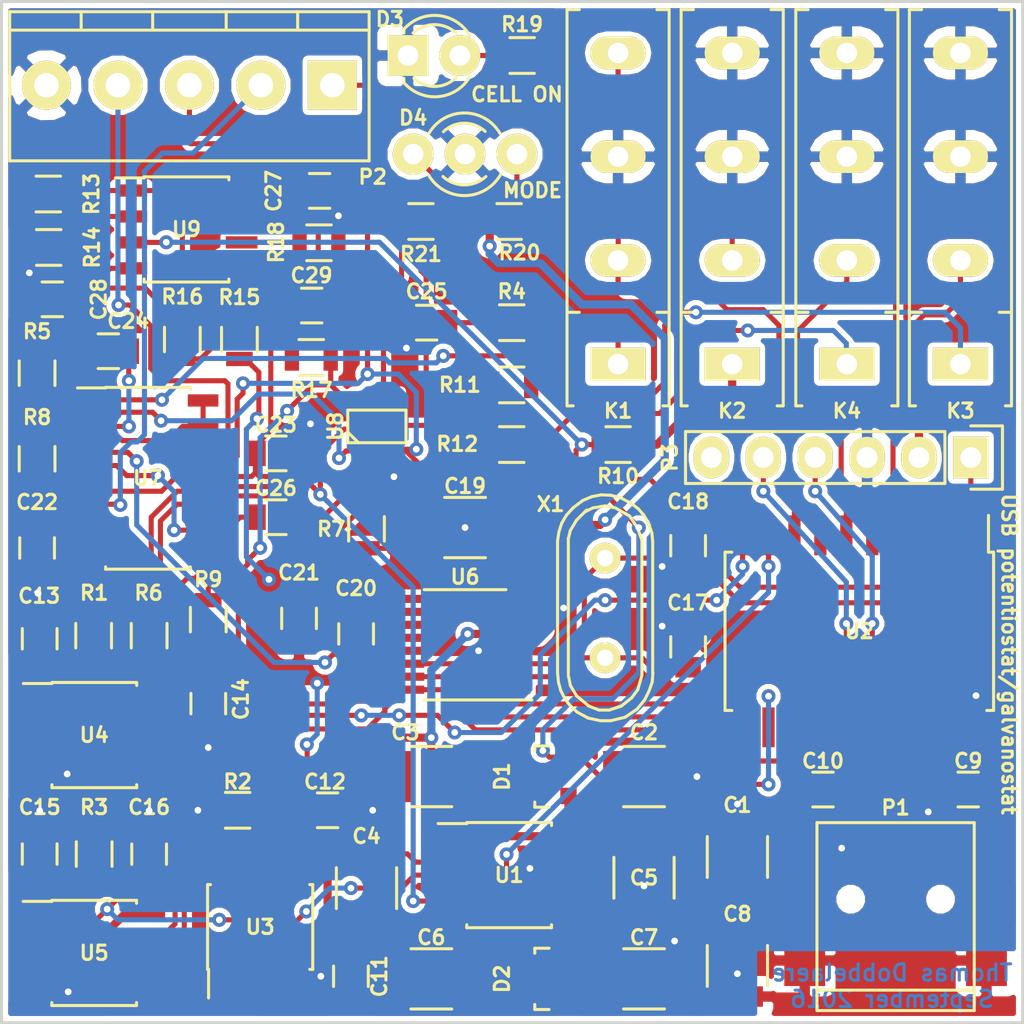
<source format=kicad_pcb>
(kicad_pcb (version 4) (host pcbnew 4.0.5-e0-6337~49~ubuntu16.04.1)
  (layers (0 F.Cu signal hide) (31 B.Cu signal) (34 B.Paste user hide) (35 F.Paste user hide) (36 B.SilkS user hide) (37 F.SilkS user hide) (38 B.Mask user hide) (39 F.Mask user hide) (44 Edge.Cuts user))
  (net 0 "")
  (net 1 +9V)
  (net 2 GND)
  (net 3 "Net-(C3-Pad2)")
  (net 4 "Net-(C4-Pad2)")
  (net 5 "Net-(C5-Pad2)")
  (net 6 -9V)
  (net 7 +5V)
  (net 8 /VREF)
  (net 9 "Net-(C17-Pad1)")
  (net 10 "Net-(C21-Pad1)")
  (net 11 "Net-(D3-Pad2)")
  (net 12 "Net-(D4-Pad1)")
  (net 13 "Net-(D4-Pad3)")
  (net 14 /CELL_ON)
  (net 15 /WE)
  (net 16 "Net-(K2-Pad1)")
  (net 17 /RANGE1)
  (net 18 "Net-(K3-Pad1)")
  (net 19 /RANGE2)
  (net 20 "Net-(K4-Pad1)")
  (net 21 /RANGE3)
  (net 22 /USB_D-)
  (net 23 /USB_D+)
  (net 24 /RE)
  (net 25 /CE)
  (net 26 /SE)
  (net 27 /MCLR)
  (net 28 /ICSPDAT)
  (net 29 /ICSPCLK)
  (net 30 /I_MEAS)
  (net 31 "Net-(R5-Pad2)")
  (net 32 /V_MEAS)
  (net 33 /MODE_SW)
  (net 34 /SDIO2)
  (net 35 /CS2)
  (net 36 /CS1)
  (net 37 /SCK)
  (net 38 /SDIO)
  (net 39 "Net-(C3-Pad1)")
  (net 40 "Net-(C6-Pad2)")
  (net 41 "Net-(C10-Pad1)")
  (net 42 "Net-(C18-Pad1)")
  (net 43 "Net-(C13-Pad1)")
  (net 44 "Net-(C15-Pad1)")
  (net 45 "Net-(C20-Pad1)")
  (net 46 "Net-(C20-Pad2)")
  (net 47 "Net-(C24-Pad1)")
  (net 48 "Net-(C24-Pad2)")
  (net 49 "Net-(C25-Pad1)")
  (net 50 "Net-(C26-Pad1)")
  (net 51 "Net-(C29-Pad1)")
  (net 52 "Net-(R6-Pad1)")
  (net 53 "Net-(R6-Pad2)")
  (net 54 "Net-(R8-Pad2)")
  (net 55 "Net-(R13-Pad1)")
  (net 56 "Net-(R13-Pad2)")
  (net 57 "Net-(R15-Pad2)")
  (module Capacitors_SMD:C_0805 (layer F.Cu) (at 212.7344 49.149)
    (fp_text reference C26 (at 0 -1.4224) (layer F.SilkS) (effects (font (size 0.7 0.7))))
    (fp_text value "12 pF")
    (pad 1 smd rect (at -1 0) (size 1 1.25) (layers F.Cu F.Paste F.Mask) (net 50 "Net-(C26-Pad1)"))
    (pad 2 smd rect (at 1 0) (size 1 1.25) (layers F.Cu F.Paste F.Mask) (net 32 /V_MEAS))
  )
  (module Capacitors_SMD:C_0805 (layer F.Cu) (at 214.487 38.7858)
    (fp_text reference C29 (at -0.0094 -1.4732) (layer F.SilkS) (effects (font (size 0.7 0.7))))
    (fp_text value "12 pF")
    (pad 1 smd rect (at -1 0) (size 1 1.25) (layers F.Cu F.Paste F.Mask) (net 51 "Net-(C29-Pad1)"))
    (pad 2 smd rect (at 1 0) (size 1 1.25) (layers F.Cu F.Paste F.Mask) (net 30 /I_MEAS))
  )
  (module Capacitors_SMD:C_0805 (layer F.Cu) (at 220.1164 39.624 180)
    (fp_text reference C25 (at 0 1.524 180) (layer F.SilkS) (effects (font (size 0.7 0.7))))
    (fp_text value "0.1 µF")
    (pad 1 smd rect (at -1 0 180) (size 1 1.25) (layers F.Cu F.Paste F.Mask) (net 49 "Net-(C25-Pad1)"))
    (pad 2 smd rect (at 1 0 180) (size 1 1.25) (layers F.Cu F.Paste F.Mask) (net 2 GND))
  )
  (module Capacitors_SMD:C_0805 (layer F.Cu) (at 201.168 65.643 90)
    (fp_text reference C15 (at 2.2954 0 180) (layer F.SilkS) (effects (font (size 0.7 0.7))))
    (fp_text value "0.1 µF")
    (pad 1 smd rect (at -1 0 90) (size 1 1.25) (layers F.Cu F.Paste F.Mask) (net 44 "Net-(C15-Pad1)"))
    (pad 2 smd rect (at 1 0 90) (size 1 1.25) (layers F.Cu F.Paste F.Mask) (net 2 GND))
  )
  (module Resistors_SMD:R_0805 (layer F.Cu) (at 203.8096 54.9504 270)
    (fp_text reference R1 (at -2.093 -0.0254 360) (layer F.SilkS) (effects (font (size 0.7 0.7))))
    (fp_text value 1k)
    (pad 1 smd rect (at -0.95 0 270) (size 0.7 1.3) (layers F.Cu F.Paste F.Mask) (net 32 /V_MEAS))
    (pad 2 smd rect (at 0.95 0 270) (size 0.7 1.3) (layers F.Cu F.Paste F.Mask) (net 43 "Net-(C13-Pad1)"))
  )
  (module Capacitors_SMD:C_0805 (layer F.Cu) (at 201.168 55.102 90)
    (fp_text reference C13 (at 2.0988 -0.0254 180) (layer F.SilkS) (effects (font (size 0.7 0.7))))
    (fp_text value "0.1 µF")
    (pad 1 smd rect (at -1 0 90) (size 1 1.25) (layers F.Cu F.Paste F.Mask) (net 43 "Net-(C13-Pad1)"))
    (pad 2 smd rect (at 1 0 90) (size 1 1.25) (layers F.Cu F.Paste F.Mask) (net 2 GND))
  )
  (module my_footprints:sot23-8 (layer F.Cu) (at 217.678 44.704 90)
    (fp_text reference U8 (at 0 -2.032 90) (layer F.SilkS) (effects (font (size 0.7 0.7))))
    (fp_text value DG449)
    (pad 1 smd rect (at -1.2 -0.975) (size 0.4 1) (layers F.Cu F.Paste F.Mask) (net 31 "Net-(R5-Pad2)") (clearance 0.2))
    (pad 3 smd rect (at -1.2 0.325) (size 0.4 1) (layers F.Cu F.Paste F.Mask) (net 2 GND) (clearance 0.2))
    (pad 2 smd rect (at -1.2 -0.325) (size 0.4 1) (layers F.Cu F.Paste F.Mask) (net 32 /V_MEAS) (clearance 0.2))
    (pad 4 smd rect (at -1.2 0.975) (size 0.4 1) (layers F.Cu F.Paste F.Mask) (net 1 +9V) (clearance 0.2))
    (pad 6 smd rect (at 1.2 0.325) (size 0.4 1) (layers F.Cu F.Paste F.Mask) (net 33 /MODE_SW) (clearance 0.2))
    (pad 5 smd rect (at 1.2 0.975) (size 0.4 1) (layers F.Cu F.Paste F.Mask) (clearance 0.2))
    (pad 7 smd rect (at 1.2 -0.325) (size 0.4 1) (layers F.Cu F.Paste F.Mask) (net 6 -9V) (clearance 0.2))
    (pad 8 smd rect (at 1.2 -0.975) (size 0.4 1) (layers F.Cu F.Paste F.Mask) (net 30 /I_MEAS) (clearance 0.2))
  )
  (module Resistors_SMD:R_0805 (layer F.Cu) (at 206.5274 54.9504 90)
    (fp_text reference R6 (at 2.093 -0.0254 180) (layer F.SilkS) (effects (font (size 0.7 0.7))))
    (fp_text value 240k*)
    (pad 1 smd rect (at -0.95 0 90) (size 0.7 1.3) (layers F.Cu F.Paste F.Mask) (net 52 "Net-(R6-Pad1)"))
    (pad 2 smd rect (at 0.95 0 90) (size 0.7 1.3) (layers F.Cu F.Paste F.Mask) (net 53 "Net-(R6-Pad2)"))
  )
  (module Capacitors_SMD:C_0805 (layer F.Cu) (at 209.423 58.277 270)
    (fp_text reference C14 (at -0.2192 -1.6002 270) (layer F.SilkS) (effects (font (size 0.7 0.7))))
    (fp_text value "0.1 µF")
    (pad 1 smd rect (at -1 0 270) (size 1 1.25) (layers F.Cu F.Paste F.Mask) (net 7 +5V))
    (pad 2 smd rect (at 1 0 270) (size 1 1.25) (layers F.Cu F.Paste F.Mask) (net 2 GND))
  )
  (module Housings_SOIC:SOIC-14_3.9x8.7mm_Pitch1.27mm (layer F.Cu) (at 206.469 47.244)
    (fp_text reference U7 (at -0.0178 0) (layer F.SilkS) (effects (font (size 0.7 0.7))))
    (fp_text value OPA4192)
    (pad 1 smd rect (at -2.7 -3.81) (size 1.5 0.6) (layers F.Cu F.Paste F.Mask) (net 47 "Net-(C24-Pad1)"))
    (pad 2 smd rect (at -2.7 -2.54) (size 1.5 0.6) (layers F.Cu F.Paste F.Mask) (net 48 "Net-(C24-Pad2)"))
    (pad 3 smd rect (at -2.7 -1.27) (size 1.5 0.6) (layers F.Cu F.Paste F.Mask) (net 46 "Net-(C20-Pad2)"))
    (pad 4 smd rect (at -2.7 0) (size 1.5 0.6) (layers F.Cu F.Paste F.Mask) (net 1 +9V))
    (pad 5 smd rect (at -2.7 1.27) (size 1.5 0.6) (layers F.Cu F.Paste F.Mask) (net 26 /SE))
    (pad 6 smd rect (at -2.7 2.54) (size 1.5 0.6) (layers F.Cu F.Paste F.Mask) (net 52 "Net-(R6-Pad1)"))
    (pad 7 smd rect (at -2.7 3.81) (size 1.5 0.6) (layers F.Cu F.Paste F.Mask) (net 52 "Net-(R6-Pad1)"))
    (pad 8 smd rect (at 2.7 3.81) (size 1.5 0.6) (layers F.Cu F.Paste F.Mask) (net 32 /V_MEAS))
    (pad 9 smd rect (at 2.7 2.54) (size 1.5 0.6) (layers F.Cu F.Paste F.Mask) (net 50 "Net-(C26-Pad1)"))
    (pad 10 smd rect (at 2.7 1.27) (size 1.5 0.6) (layers F.Cu F.Paste F.Mask) (net 53 "Net-(R6-Pad2)"))
    (pad 11 smd rect (at 2.7 0) (size 1.5 0.6) (layers F.Cu F.Paste F.Mask) (net 6 -9V))
    (pad 12 smd rect (at 2.7 -1.27) (size 1.5 0.6) (layers F.Cu F.Paste F.Mask) (net 24 /RE))
    (pad 13 smd rect (at 2.7 -2.54) (size 1.5 0.6) (layers F.Cu F.Paste F.Mask) (net 54 "Net-(R8-Pad2)"))
    (pad 14 smd rect (at 2.7 -3.81) (size 1.5 0.6) (layers F.Cu F.Paste F.Mask) (net 54 "Net-(R8-Pad2)"))
  )
  (module Housings_SOIC:SOIC-8_3.9x4.9mm_Pitch1.27mm (layer F.Cu) (at 208.3562 35.0596)
    (fp_text reference U9 (at 0 -0.0076 180) (layer F.SilkS) (effects (font (size 0.7 0.7))))
    (fp_text value OPA2192)
    (pad 1 smd rect (at -2.7 -1.905) (size 1.55 0.6) (layers F.Cu F.Paste F.Mask) (net 56 "Net-(R13-Pad2)"))
    (pad 2 smd rect (at -2.7 -0.635) (size 1.55 0.6) (layers F.Cu F.Paste F.Mask) (net 55 "Net-(R13-Pad1)"))
    (pad 3 smd rect (at -2.7 0.635) (size 1.55 0.6) (layers F.Cu F.Paste F.Mask) (net 25 /CE))
    (pad 4 smd rect (at -2.7 1.905) (size 1.55 0.6) (layers F.Cu F.Paste F.Mask) (net 6 -9V))
    (pad 5 smd rect (at 2.7 1.905) (size 1.55 0.6) (layers F.Cu F.Paste F.Mask) (net 57 "Net-(R15-Pad2)"))
    (pad 6 smd rect (at 2.7 0.635) (size 1.55 0.6) (layers F.Cu F.Paste F.Mask) (net 51 "Net-(C29-Pad1)"))
    (pad 7 smd rect (at 2.7 -0.635) (size 1.55 0.6) (layers F.Cu F.Paste F.Mask) (net 30 /I_MEAS))
    (pad 8 smd rect (at 2.7 -1.905) (size 1.55 0.6) (layers F.Cu F.Paste F.Mask) (net 1 +9V))
  )
  (module Resistors_SMD:R_0805 (layer F.Cu) (at 214.4674 41.3258)
    (fp_text reference R17 (at 0.0102 1.6002 180) (layer F.SilkS) (effects (font (size 0.7 0.7))))
    (fp_text value 75k*)
    (pad 1 smd rect (at -0.95 0) (size 0.7 1.3) (layers F.Cu F.Paste F.Mask) (net 51 "Net-(C29-Pad1)"))
    (pad 2 smd rect (at 0.95 0) (size 0.7 1.3) (layers F.Cu F.Paste F.Mask) (net 30 /I_MEAS))
  )
  (module Crystals:Crystal_HC49-U_Vertical (layer F.Cu) (at 228.854 53.594 90)
    (fp_text reference X1 (at 5.08 -2.667 180) (layer F.SilkS) (effects (font (size 0.7 0.7))))
    (fp_text value "2.5 MHz")
    (pad 1 thru_hole circle (at -2.44094 0 90) (size 1.50114 1.50114) (drill 0.8001) (layers *.Cu *.Mask F.SilkS) (net 9 "Net-(C17-Pad1)"))
    (pad 2 thru_hole circle (at 2.44094 0 90) (size 1.50114 1.50114) (drill 0.8001) (layers *.Cu *.Mask F.SilkS) (net 42 "Net-(C18-Pad1)"))
  )
  (module Capacitors_SMD:C_1210 (layer F.Cu) (at 230.759 61.849)
    (fp_text reference C2 (at 0 -2.159) (layer F.SilkS) (effects (font (size 0.7 0.7))))
    (fp_text value "10 µF")
    (pad 1 smd rect (at -1.5 0) (size 1 2.5) (layers F.Cu F.Paste F.Mask) (net 1 +9V))
    (pad 2 smd rect (at 1.5 0) (size 1 2.5) (layers F.Cu F.Paste F.Mask) (net 2 GND))
  )
  (module Capacitors_SMD:C_1210 (layer F.Cu) (at 220.345 61.849 180)
    (fp_text reference C3 (at 1.27 2.159 180) (layer F.SilkS) (effects (font (size 0.7 0.7))))
    (fp_text value "10 µF")
    (pad 1 smd rect (at -1.5 0 180) (size 1 2.5) (layers F.Cu F.Paste F.Mask) (net 39 "Net-(C3-Pad1)"))
    (pad 2 smd rect (at 1.5 0 180) (size 1 2.5) (layers F.Cu F.Paste F.Mask) (net 3 "Net-(C3-Pad2)"))
  )
  (module Capacitors_SMD:C_1210 (layer F.Cu) (at 217.17 67.31 270)
    (fp_text reference C4 (at -2.54 0 360) (layer F.SilkS) (effects (font (size 0.7 0.7))))
    (fp_text value "10 µF")
    (pad 1 smd rect (at -1.5 0 270) (size 1 2.5) (layers F.Cu F.Paste F.Mask) (net 3 "Net-(C3-Pad2)"))
    (pad 2 smd rect (at 1.5 0 270) (size 1 2.5) (layers F.Cu F.Paste F.Mask) (net 4 "Net-(C4-Pad2)"))
  )
  (module Capacitors_SMD:C_1210 (layer F.Cu) (at 230.759 66.802 90)
    (fp_text reference C5 (at 0 0 180) (layer F.SilkS) (effects (font (size 0.7 0.7))))
    (fp_text value "10 µF")
    (pad 1 smd rect (at -1.5 0 90) (size 1 2.5) (layers F.Cu F.Paste F.Mask) (net 2 GND))
    (pad 2 smd rect (at 1.5 0 90) (size 1 2.5) (layers F.Cu F.Paste F.Mask) (net 5 "Net-(C5-Pad2)"))
  )
  (module Capacitors_SMD:C_1210 (layer F.Cu) (at 220.345 71.755)
    (fp_text reference C6 (at 0 -2.032) (layer F.SilkS) (effects (font (size 0.7 0.7))))
    (fp_text value "10 µF")
    (pad 1 smd rect (at -1.5 0) (size 1 2.5) (layers F.Cu F.Paste F.Mask) (net 4 "Net-(C4-Pad2)"))
    (pad 2 smd rect (at 1.5 0) (size 1 2.5) (layers F.Cu F.Paste F.Mask) (net 40 "Net-(C6-Pad2)"))
  )
  (module Capacitors_SMD:C_1210 (layer F.Cu) (at 230.759 71.755 180)
    (fp_text reference C7 (at 0 2.032 180) (layer F.SilkS) (effects (font (size 0.7 0.7))))
    (fp_text value "10 µF")
    (pad 1 smd rect (at -1.5 0 180) (size 1 2.5) (layers F.Cu F.Paste F.Mask) (net 2 GND))
    (pad 2 smd rect (at 1.5 0 180) (size 1 2.5) (layers F.Cu F.Paste F.Mask) (net 6 -9V))
  )
  (module Capacitors_SMD:C_0805 (layer F.Cu) (at 246.634 62.484 180)
    (fp_text reference C9 (at 0 1.397 180) (layer F.SilkS) (effects (font (size 0.7 0.7))))
    (fp_text value "0.1 µF")
    (pad 1 smd rect (at -1 0 180) (size 1 1.25) (layers F.Cu F.Paste F.Mask) (net 7 +5V))
    (pad 2 smd rect (at 1 0 180) (size 1 1.25) (layers F.Cu F.Paste F.Mask) (net 2 GND))
  )
  (module Capacitors_SMD:C_0805 (layer F.Cu) (at 239.522 62.484 180)
    (fp_text reference C10 (at 0 1.397 180) (layer F.SilkS) (effects (font (size 0.7 0.7))))
    (fp_text value "0.1 µF")
    (pad 1 smd rect (at -1 0 180) (size 1 1.25) (layers F.Cu F.Paste F.Mask) (net 41 "Net-(C10-Pad1)"))
    (pad 2 smd rect (at 1 0 180) (size 1 1.25) (layers F.Cu F.Paste F.Mask) (net 2 GND))
  )
  (module Capacitors_SMD:C_0805 (layer F.Cu) (at 216.408 71.628 270)
    (fp_text reference C11 (at 0 -1.397 450) (layer F.SilkS) (effects (font (size 0.7 0.7))))
    (fp_text value "0.1 µF")
    (pad 1 smd rect (at -1 0 270) (size 1 1.25) (layers F.Cu F.Paste F.Mask) (net 7 +5V))
    (pad 2 smd rect (at 1 0 270) (size 1 1.25) (layers F.Cu F.Paste F.Mask) (net 2 GND))
  )
  (module Capacitors_SMD:C_0805 (layer F.Cu) (at 215.265 63.5)
    (fp_text reference C12 (at -0.127 -1.397) (layer F.SilkS) (effects (font (size 0.7 0.7))))
    (fp_text value "0.1 µF")
    (pad 1 smd rect (at -1 0) (size 1 1.25) (layers F.Cu F.Paste F.Mask) (net 8 /VREF))
    (pad 2 smd rect (at 1 0) (size 1 1.25) (layers F.Cu F.Paste F.Mask) (net 2 GND))
  )
  (module Capacitors_SMD:C_0805 (layer F.Cu) (at 206.5274 65.6496 90)
    (fp_text reference C16 (at 2.302 0 180) (layer F.SilkS) (effects (font (size 0.7 0.7))))
    (fp_text value "0.1 µF")
    (pad 1 smd rect (at -1 0 90) (size 1 1.25) (layers F.Cu F.Paste F.Mask) (net 7 +5V))
    (pad 2 smd rect (at 1 0 90) (size 1 1.25) (layers F.Cu F.Paste F.Mask) (net 2 GND))
  )
  (module Capacitors_SMD:C_1210 (layer F.Cu) (at 221.996 49.657 180)
    (fp_text reference C19 (at 0 2.032 360) (layer F.SilkS) (effects (font (size 0.7 0.7))))
    (fp_text value "10 µF")
    (pad 1 smd rect (at -1.5 0 180) (size 1 2.5) (layers F.Cu F.Paste F.Mask) (net 7 +5V))
    (pad 2 smd rect (at 1.5 0 180) (size 1 2.5) (layers F.Cu F.Paste F.Mask) (net 2 GND))
  )
  (module Capacitors_SMD:C_0805 (layer F.Cu) (at 232.918 55.499 90)
    (fp_text reference C17 (at 2.159 0 180) (layer F.SilkS) (effects (font (size 0.7 0.7))))
    (fp_text value "12 pF")
    (pad 1 smd rect (at -1 0 90) (size 1 1.25) (layers F.Cu F.Paste F.Mask) (net 9 "Net-(C17-Pad1)"))
    (pad 2 smd rect (at 1 0 90) (size 1 1.25) (layers F.Cu F.Paste F.Mask) (net 2 GND))
  )
  (module Capacitors_SMD:C_0805 (layer F.Cu) (at 232.918 50.546 270)
    (fp_text reference C18 (at -2.159 0 360) (layer F.SilkS) (effects (font (size 0.7 0.7))))
    (fp_text value "12 pF")
    (pad 1 smd rect (at -1 0 270) (size 1 1.25) (layers F.Cu F.Paste F.Mask) (net 42 "Net-(C18-Pad1)"))
    (pad 2 smd rect (at 1 0 270) (size 1 1.25) (layers F.Cu F.Paste F.Mask) (net 2 GND))
  )
  (module Capacitors_SMD:C_0805 (layer F.Cu) (at 216.662 54.864 270)
    (fp_text reference C20 (at -2.2352 0 360) (layer F.SilkS) (effects (font (size 0.7 0.7))))
    (fp_text value "3.3 nF")
    (pad 1 smd rect (at -1 0 270) (size 1 1.25) (layers F.Cu F.Paste F.Mask) (net 45 "Net-(C20-Pad1)"))
    (pad 2 smd rect (at 1 0 270) (size 1 1.25) (layers F.Cu F.Paste F.Mask) (net 46 "Net-(C20-Pad2)"))
  )
  (module Capacitors_SMD:C_0805 (layer F.Cu) (at 213.868 54.102 270)
    (fp_text reference C21 (at -2.2352 0 360) (layer F.SilkS) (effects (font (size 0.7 0.7))))
    (fp_text value "10 nF")
    (pad 1 smd rect (at -1 0 270) (size 1 1.25) (layers F.Cu F.Paste F.Mask) (net 10 "Net-(C21-Pad1)"))
    (pad 2 smd rect (at 1 0 270) (size 1 1.25) (layers F.Cu F.Paste F.Mask) (net 8 /VREF))
  )
  (module Capacitors_SMD:C_0805 (layer F.Cu) (at 201.041 50.657 90)
    (fp_text reference C22 (at 2.2446 0 180) (layer F.SilkS) (effects (font (size 0.7 0.7))))
    (fp_text value "0.1 µF")
    (pad 1 smd rect (at -1 0 90) (size 1 1.25) (layers F.Cu F.Paste F.Mask) (net 2 GND))
    (pad 2 smd rect (at 1 0 90) (size 1 1.25) (layers F.Cu F.Paste F.Mask) (net 1 +9V))
  )
  (module Capacitors_SMD:C_0805 (layer F.Cu) (at 212.7344 46.0248)
    (fp_text reference C23 (at 0 -1.397) (layer F.SilkS) (effects (font (size 0.7 0.7))))
    (fp_text value "0.1 µF")
    (pad 1 smd rect (at -1 0) (size 1 1.25) (layers F.Cu F.Paste F.Mask) (net 6 -9V))
    (pad 2 smd rect (at 1 0) (size 1 1.25) (layers F.Cu F.Paste F.Mask) (net 2 GND))
  )
  (module Capacitors_SMD:C_0805 (layer F.Cu) (at 204.5302 41.021)
    (fp_text reference C24 (at 0.9746 -1.4732) (layer F.SilkS) (effects (font (size 0.7 0.7))))
    (fp_text value "4700 pF")
    (pad 1 smd rect (at -1 0) (size 1 1.25) (layers F.Cu F.Paste F.Mask) (net 47 "Net-(C24-Pad1)"))
    (pad 2 smd rect (at 1 0) (size 1 1.25) (layers F.Cu F.Paste F.Mask) (net 48 "Net-(C24-Pad2)"))
  )
  (module Capacitors_SMD:C_0805 (layer F.Cu) (at 214.8746 33.1724 180)
    (fp_text reference C27 (at 2.2512 0 270) (layer F.SilkS) (effects (font (size 0.7 0.7))))
    (fp_text value "0.1 µF")
    (pad 1 smd rect (at -1 0 180) (size 1 1.25) (layers F.Cu F.Paste F.Mask) (net 2 GND))
    (pad 2 smd rect (at 1 0 180) (size 1 1.25) (layers F.Cu F.Paste F.Mask) (net 1 +9V))
  )
  (module Capacitors_SMD:C_0805 (layer F.Cu) (at 201.787 38.481 180)
    (fp_text reference C28 (at -2.2766 0 270) (layer F.SilkS) (effects (font (size 0.7 0.7))))
    (fp_text value "0.1 µF")
    (pad 1 smd rect (at -1 0 180) (size 1 1.25) (layers F.Cu F.Paste F.Mask) (net 6 -9V))
    (pad 2 smd rect (at 1 0 180) (size 1 1.25) (layers F.Cu F.Paste F.Mask) (net 2 GND))
  )
  (module TO_SOT_Packages_SMD:SOT-23 (layer F.Cu) (at 226.06 61.849 90)
    (fp_text reference D1 (at 0 -2.25 90) (layer F.SilkS) (effects (font (size 0.7 0.7))))
    (fp_text value BAT721S)
    (pad 1 smd rect (at -0.95 1.00076 90) (size 0.8001 0.8001) (layers F.Cu F.Paste F.Mask) (net 7 +5V))
    (pad 2 smd rect (at 0.95 1.00076 90) (size 0.8001 0.8001) (layers F.Cu F.Paste F.Mask) (net 1 +9V))
    (pad 3 smd rect (at 0 -0.99822 90) (size 0.8001 0.8001) (layers F.Cu F.Paste F.Mask) (net 39 "Net-(C3-Pad1)"))
  )
  (module TO_SOT_Packages_SMD:SOT-23 (layer F.Cu) (at 226.06 71.755 90)
    (fp_text reference D2 (at 0 -2.25 90) (layer F.SilkS) (effects (font (size 0.7 0.7))))
    (fp_text value BAT721S)
    (pad 1 smd rect (at -0.95 1.00076 90) (size 0.8001 0.8001) (layers F.Cu F.Paste F.Mask) (net 6 -9V))
    (pad 2 smd rect (at 0.95 1.00076 90) (size 0.8001 0.8001) (layers F.Cu F.Paste F.Mask) (net 5 "Net-(C5-Pad2)"))
    (pad 3 smd rect (at 0 -0.99822 90) (size 0.8001 0.8001) (layers F.Cu F.Paste F.Mask) (net 40 "Net-(C6-Pad2)"))
  )
  (module LEDs:LED-3MM (layer F.Cu) (at 219.202 26.543)
    (fp_text reference D3 (at -0.889 -1.778) (layer F.SilkS) (effects (font (size 0.7 0.7))))
    (fp_text value "CELL ON LED")
    (pad 1 thru_hole rect (at 0 0 90) (size 2 2) (drill 1.00076) (layers *.Cu *.Mask F.SilkS) (net 2 GND))
    (pad 2 thru_hole circle (at 2.54 0) (size 2 2) (drill 1.00076) (layers *.Cu *.Mask F.SilkS) (net 11 "Net-(D3-Pad2)"))
  )
  (module my_footprints:DUO-LED-3mm (layer F.Cu) (at 224.536 31.369 180)
    (fp_text reference D4 (at 5.08 1.778 180) (layer F.SilkS) (effects (font (size 0.7 0.7))))
    (fp_text value "MODE LED")
    (pad 1 thru_hole circle (at 0 0 180) (size 2 2) (drill 1.00076) (layers *.Cu *.Mask F.SilkS) (net 12 "Net-(D4-Pad1)"))
    (pad 2 thru_hole circle (at 2.54 0 180) (size 2 2) (drill 1.00076) (layers *.Cu *.Mask F.SilkS) (net 2 GND))
    (pad 3 thru_hole circle (at 5.08 0 180) (size 2 2) (drill 1.00076) (layers *.Cu *.Mask F.SilkS) (net 13 "Net-(D4-Pad3)"))
  )
  (module Connect:USB_Mini-B (layer F.Cu) (at 243.078 68.707 90)
    (fp_text reference P1 (at 5.334 0 180) (layer F.SilkS) (effects (font (size 0.7 0.7))))
    (fp_text value "Mini USB")
    (pad 1 smd rect (at 3.44932 -1.6002 90) (size 2.30124 0.50038) (layers F.Cu F.Paste F.Mask) (net 7 +5V))
    (pad 2 smd rect (at 3.44932 -0.8001 90) (size 2.30124 0.50038) (layers F.Cu F.Paste F.Mask) (net 22 /USB_D-))
    (pad 3 smd rect (at 3.44932 0 90) (size 2.30124 0.50038) (layers F.Cu F.Paste F.Mask) (net 23 /USB_D+))
    (pad 4 smd rect (at 3.44932 0.8001 90) (size 2.30124 0.50038) (layers F.Cu F.Paste F.Mask))
    (pad 5 smd rect (at 3.44932 1.6002 90) (size 2.30124 0.50038) (layers F.Cu F.Paste F.Mask) (net 2 GND))
    (pad 6 smd rect (at 3.35026 -4.45008 90) (size 2.49936 1.99898) (layers F.Cu F.Paste F.Mask) (net 2 GND))
    (pad 6 smd rect (at -2.14884 -4.45008 90) (size 2.49936 1.99898) (layers F.Cu F.Paste F.Mask) (net 2 GND))
    (pad 6 smd rect (at 3.35026 4.45008 90) (size 2.49936 1.99898) (layers F.Cu F.Paste F.Mask) (net 2 GND))
    (pad 6 smd rect (at -2.14884 4.45008 90) (size 2.49936 1.99898) (layers F.Cu F.Paste F.Mask) (net 2 GND))
    (pad "" np_thru_hole circle (at 0.8509 -2.19964 90) (size 0.89916 0.89916) (drill 0.89916) (layers *.Cu *.Mask F.SilkS))
    (pad "" np_thru_hole circle (at 0.8509 2.19964 90) (size 0.89916 0.89916) (drill 0.89916) (layers *.Cu *.Mask F.SilkS))
  )
  (module Pin_Headers:Pin_Header_Straight_1x06 (layer F.Cu) (at 246.761 46.228 270)
    (fp_text reference P3 (at 0 14.732 270) (layer F.SilkS) (effects (font (size 0.7 0.7))))
    (fp_text value ICSP)
    (pad 1 thru_hole rect (at 0 0 270) (size 2.032 1.7272) (drill 1.016) (layers *.Cu *.Mask F.SilkS) (net 27 /MCLR))
    (pad 2 thru_hole oval (at 0 2.54 270) (size 2.032 1.7272) (drill 1.016) (layers *.Cu *.Mask F.SilkS) (net 7 +5V))
    (pad 3 thru_hole oval (at 0 5.08 270) (size 2.032 1.7272) (drill 1.016) (layers *.Cu *.Mask F.SilkS) (net 2 GND))
    (pad 4 thru_hole oval (at 0 7.62 270) (size 2.032 1.7272) (drill 1.016) (layers *.Cu *.Mask F.SilkS) (net 28 /ICSPDAT))
    (pad 5 thru_hole oval (at 0 10.16 270) (size 2.032 1.7272) (drill 1.016) (layers *.Cu *.Mask F.SilkS) (net 29 /ICSPCLK))
    (pad 6 thru_hole oval (at 0 12.7 270) (size 2.032 1.7272) (drill 1.016) (layers *.Cu *.Mask F.SilkS))
  )
  (module Resistors_SMD:R_0805 (layer F.Cu) (at 210.8606 63.5 180)
    (fp_text reference R2 (at 0 1.397 180) (layer F.SilkS) (effects (font (size 0.7 0.7))))
    (fp_text value 10k)
    (pad 1 smd rect (at -0.95 0 180) (size 0.7 1.3) (layers F.Cu F.Paste F.Mask) (net 8 /VREF))
    (pad 2 smd rect (at 0.95 0 180) (size 0.7 1.3) (layers F.Cu F.Paste F.Mask) (net 2 GND))
  )
  (module Resistors_SMD:R_0805 (layer F.Cu) (at 203.835 65.6438 270)
    (fp_text reference R3 (at -2.2962 0 360) (layer F.SilkS) (effects (font (size 0.7 0.7))))
    (fp_text value 1k)
    (pad 1 smd rect (at -0.95 0 270) (size 0.7 1.3) (layers F.Cu F.Paste F.Mask) (net 30 /I_MEAS))
    (pad 2 smd rect (at 0.95 0 270) (size 0.7 1.3) (layers F.Cu F.Paste F.Mask) (net 44 "Net-(C15-Pad1)"))
  )
  (module Resistors_SMD:R_0805 (layer F.Cu) (at 224.282 39.624 180)
    (fp_text reference R4 (at 0 1.524 360) (layer F.SilkS) (effects (font (size 0.7 0.7))))
    (fp_text value 27R)
    (pad 1 smd rect (at -0.95 0 180) (size 0.7 1.3) (layers F.Cu F.Paste F.Mask) (net 47 "Net-(C24-Pad1)"))
    (pad 2 smd rect (at 0.95 0 180) (size 0.7 1.3) (layers F.Cu F.Paste F.Mask) (net 49 "Net-(C25-Pad1)"))
  )
  (module Resistors_SMD:R_0805 (layer F.Cu) (at 201.041 42.098 90)
    (fp_text reference R5 (at 2.0422 0 180) (layer F.SilkS) (effects (font (size 0.7 0.7))))
    (fp_text value 10k)
    (pad 1 smd rect (at -0.95 0 90) (size 0.7 1.3) (layers F.Cu F.Paste F.Mask) (net 48 "Net-(C24-Pad2)"))
    (pad 2 smd rect (at 0.95 0 90) (size 0.7 1.3) (layers F.Cu F.Paste F.Mask) (net 31 "Net-(R5-Pad2)"))
  )
  (module Resistors_SMD:R_0805 (layer F.Cu) (at 217.17 49.7205 270)
    (fp_text reference R7 (at 0.0127 1.7272 360) (layer F.SilkS) (effects (font (size 0.7 0.7))))
    (fp_text value 75k*)
    (pad 1 smd rect (at -0.95 0 270) (size 0.7 1.3) (layers F.Cu F.Paste F.Mask) (net 53 "Net-(R6-Pad2)"))
    (pad 2 smd rect (at 0.95 0 270) (size 0.7 1.3) (layers F.Cu F.Paste F.Mask) (net 8 /VREF))
  )
  (module Resistors_SMD:R_0805 (layer F.Cu) (at 201.041 46.289 90)
    (fp_text reference R8 (at 2.032 0 180) (layer F.SilkS) (effects (font (size 0.7 0.7))))
    (fp_text value 240k*)
    (pad 1 smd rect (at -0.95 0 90) (size 0.7 1.3) (layers F.Cu F.Paste F.Mask) (net 50 "Net-(C26-Pad1)"))
    (pad 2 smd rect (at 0.95 0 90) (size 0.7 1.3) (layers F.Cu F.Paste F.Mask) (net 54 "Net-(R8-Pad2)"))
  )
  (module Resistors_SMD:R_0805 (layer F.Cu) (at 209.423 54.163 90)
    (fp_text reference R9 (at 1.9685 0 180) (layer F.SilkS) (effects (font (size 0.7 0.7))))
    (fp_text value 75k*)
    (pad 1 smd rect (at -0.95 0 90) (size 0.7 1.3) (layers F.Cu F.Paste F.Mask) (net 32 /V_MEAS))
    (pad 2 smd rect (at 0.95 0 90) (size 0.7 1.3) (layers F.Cu F.Paste F.Mask) (net 50 "Net-(C26-Pad1)"))
  )
  (module Resistors_SMD:R_0805 (layer F.Cu) (at 229.489 45.593)
    (fp_text reference R10 (at 0 1.5494 180) (layer F.SilkS) (effects (font (size 0.7 0.7))))
    (fp_text value 10R*)
    (pad 1 smd rect (at -0.95 0) (size 0.7 1.3) (layers F.Cu F.Paste F.Mask) (net 25 /CE))
    (pad 2 smd rect (at 0.95 0) (size 0.7 1.3) (layers F.Cu F.Paste F.Mask) (net 16 "Net-(K2-Pad1)"))
  )
  (module Resistors_SMD:R_0805 (layer F.Cu) (at 224.282 42.672)
    (fp_text reference R11 (at -2.54 0 180) (layer F.SilkS) (effects (font (size 0.7 0.7))))
    (fp_text value 1k*)
    (pad 1 smd rect (at -0.95 0) (size 0.7 1.3) (layers F.Cu F.Paste F.Mask) (net 25 /CE))
    (pad 2 smd rect (at 0.95 0) (size 0.7 1.3) (layers F.Cu F.Paste F.Mask) (net 18 "Net-(K3-Pad1)"))
  )
  (module Resistors_SMD:R_0805 (layer F.Cu) (at 224.282 45.593)
    (fp_text reference R12 (at -2.667 -0.0254 180) (layer F.SilkS) (effects (font (size 0.7 0.7))))
    (fp_text value 100k*)
    (pad 1 smd rect (at -0.95 0) (size 0.7 1.3) (layers F.Cu F.Paste F.Mask) (net 25 /CE))
    (pad 2 smd rect (at 0.95 0) (size 0.7 1.3) (layers F.Cu F.Paste F.Mask) (net 20 "Net-(K4-Pad1)"))
  )
  (module Resistors_SMD:R_0805 (layer F.Cu) (at 201.5896 33.3248)
    (fp_text reference R13 (at 2.1184 0 90) (layer F.SilkS) (effects (font (size 0.7 0.7))))
    (fp_text value 18k*)
    (pad 1 smd rect (at -0.95 0) (size 0.7 1.3) (layers F.Cu F.Paste F.Mask) (net 55 "Net-(R13-Pad1)"))
    (pad 2 smd rect (at 0.95 0) (size 0.7 1.3) (layers F.Cu F.Paste F.Mask) (net 56 "Net-(R13-Pad2)"))
  )
  (module Resistors_SMD:R_0805 (layer F.Cu) (at 201.61 35.941 180)
    (fp_text reference R14 (at -2.1234 0 270) (layer F.SilkS) (effects (font (size 0.7 0.7))))
    (fp_text value 2k*)
    (pad 1 smd rect (at -0.95 0 180) (size 0.7 1.3) (layers F.Cu F.Paste F.Mask) (net 55 "Net-(R13-Pad1)"))
    (pad 2 smd rect (at 0.95 0 180) (size 0.7 1.3) (layers F.Cu F.Paste F.Mask) (net 2 GND))
  )
  (module Resistors_SMD:R_0805 (layer F.Cu) (at 210.947 40.452 90)
    (fp_text reference R15 (at 2.0726 0 360) (layer F.SilkS) (effects (font (size 0.7 0.7))))
    (fp_text value 75k*)
    (pad 1 smd rect (at -0.95 0 90) (size 0.7 1.3) (layers F.Cu F.Paste F.Mask) (net 8 /VREF))
    (pad 2 smd rect (at 0.95 0 90) (size 0.7 1.3) (layers F.Cu F.Paste F.Mask) (net 57 "Net-(R15-Pad2)"))
  )
  (module Resistors_SMD:R_0805 (layer F.Cu) (at 208.153 40.447 270)
    (fp_text reference R16 (at -2.093 0 360) (layer F.SilkS) (effects (font (size 0.7 0.7))))
    (fp_text value 75k*)
    (pad 1 smd rect (at -0.95 0 270) (size 0.7 1.3) (layers F.Cu F.Paste F.Mask) (net 56 "Net-(R13-Pad2)"))
    (pad 2 smd rect (at 0.95 0 270) (size 0.7 1.3) (layers F.Cu F.Paste F.Mask) (net 57 "Net-(R15-Pad2)"))
  )
  (module Resistors_SMD:R_0805 (layer F.Cu) (at 214.8434 35.7124)
    (fp_text reference R18 (at -2.093 -0.0254 90) (layer F.SilkS) (effects (font (size 0.7 0.7))))
    (fp_text value 75k*)
    (pad 1 smd rect (at -0.95 0) (size 0.7 1.3) (layers F.Cu F.Paste F.Mask) (net 51 "Net-(C29-Pad1)"))
    (pad 2 smd rect (at 0.95 0) (size 0.7 1.3) (layers F.Cu F.Paste F.Mask) (net 2 GND))
  )
  (module Resistors_SMD:R_0805 (layer F.Cu) (at 224.79 26.543)
    (fp_text reference R19 (at 0 -1.524) (layer F.SilkS) (effects (font (size 0.7 0.7))))
    (fp_text value 1k)
    (pad 1 smd rect (at -0.95 0) (size 0.7 1.3) (layers F.Cu F.Paste F.Mask) (net 11 "Net-(D3-Pad2)"))
    (pad 2 smd rect (at 0.95 0) (size 0.7 1.3) (layers F.Cu F.Paste F.Mask) (net 14 /CELL_ON))
  )
  (module Resistors_SMD:R_0805 (layer F.Cu) (at 224.155 34.671 180)
    (fp_text reference R20 (at -0.508 -1.524 180) (layer F.SilkS) (effects (font (size 0.7 0.7))))
    (fp_text value 1k)
    (pad 1 smd rect (at -0.95 0 180) (size 0.7 1.3) (layers F.Cu F.Paste F.Mask) (net 12 "Net-(D4-Pad1)"))
    (pad 2 smd rect (at 0.95 0 180) (size 0.7 1.3) (layers F.Cu F.Paste F.Mask) (net 7 +5V))
  )
  (module Resistors_SMD:R_0805 (layer F.Cu) (at 219.837 34.671 180)
    (fp_text reference R21 (at 0 -1.6002 180) (layer F.SilkS) (effects (font (size 0.7 0.7))))
    (fp_text value 1k)
    (pad 1 smd rect (at -0.95 0 180) (size 0.7 1.3) (layers F.Cu F.Paste F.Mask) (net 13 "Net-(D4-Pad3)"))
    (pad 2 smd rect (at 0.95 0 180) (size 0.7 1.3) (layers F.Cu F.Paste F.Mask) (net 33 /MODE_SW))
  )
  (module Housings_SOIC:SOIC-8_3.9x4.9mm_Pitch1.27mm (layer F.Cu) (at 224.155 66.675)
    (fp_text reference U1 (at 0 0) (layer F.SilkS) (effects (font (size 0.7 0.7))))
    (fp_text value LM2662)
    (pad 1 smd rect (at -2.7 -1.905) (size 1.55 0.6) (layers F.Cu F.Paste F.Mask) (net 7 +5V))
    (pad 2 smd rect (at -2.7 -0.635) (size 1.55 0.6) (layers F.Cu F.Paste F.Mask) (net 3 "Net-(C3-Pad2)"))
    (pad 3 smd rect (at -2.7 0.635) (size 1.55 0.6) (layers F.Cu F.Paste F.Mask) (net 2 GND))
    (pad 4 smd rect (at -2.7 1.905) (size 1.55 0.6) (layers F.Cu F.Paste F.Mask) (net 4 "Net-(C4-Pad2)"))
    (pad 5 smd rect (at 2.7 1.905) (size 1.55 0.6) (layers F.Cu F.Paste F.Mask) (net 5 "Net-(C5-Pad2)"))
    (pad 6 smd rect (at 2.7 0.635) (size 1.55 0.6) (layers F.Cu F.Paste F.Mask) (net 2 GND))
    (pad 7 smd rect (at 2.7 -0.635) (size 1.55 0.6) (layers F.Cu F.Paste F.Mask))
    (pad 8 smd rect (at 2.7 -1.905) (size 1.55 0.6) (layers F.Cu F.Paste F.Mask) (net 7 +5V))
  )
  (module Housings_SOIC:SOIC-20W_7.5x12.8mm_Pitch1.27mm (layer F.Cu) (at 241.3 54.737 270)
    (fp_text reference U2 (at 0 0 540) (layer F.SilkS) (effects (font (size 0.7 0.7))))
    (fp_text value PIC16F1459)
    (pad 1 smd rect (at -4.7 -5.715 270) (size 1.95 0.6) (layers F.Cu F.Paste F.Mask) (net 7 +5V))
    (pad 2 smd rect (at -4.7 -4.445 270) (size 1.95 0.6) (layers F.Cu F.Paste F.Mask) (net 33 /MODE_SW))
    (pad 3 smd rect (at -4.7 -3.175 270) (size 1.95 0.6) (layers F.Cu F.Paste F.Mask) (net 14 /CELL_ON))
    (pad 4 smd rect (at -4.7 -1.905 270) (size 1.95 0.6) (layers F.Cu F.Paste F.Mask) (net 27 /MCLR))
    (pad 5 smd rect (at -4.7 -0.635 270) (size 1.95 0.6) (layers F.Cu F.Paste F.Mask) (net 19 /RANGE2))
    (pad 6 smd rect (at -4.7 0.635 270) (size 1.95 0.6) (layers F.Cu F.Paste F.Mask) (net 17 /RANGE1))
    (pad 7 smd rect (at -4.7 1.905 270) (size 1.95 0.6) (layers F.Cu F.Paste F.Mask))
    (pad 8 smd rect (at -4.7 3.175 270) (size 1.95 0.6) (layers F.Cu F.Paste F.Mask) (net 21 /RANGE3))
    (pad 9 smd rect (at -4.7 4.445 270) (size 1.95 0.6) (layers F.Cu F.Paste F.Mask) (net 34 /SDIO2))
    (pad 10 smd rect (at -4.7 5.715 270) (size 1.95 0.6) (layers F.Cu F.Paste F.Mask) (net 35 /CS2))
    (pad 11 smd rect (at 4.7 5.715 270) (size 1.95 0.6) (layers F.Cu F.Paste F.Mask) (net 36 /CS1))
    (pad 12 smd rect (at 4.7 4.445 270) (size 1.95 0.6) (layers F.Cu F.Paste F.Mask) (net 37 /SCK))
    (pad 13 smd rect (at 4.7 3.175 270) (size 1.95 0.6) (layers F.Cu F.Paste F.Mask) (net 38 /SDIO))
    (pad 14 smd rect (at 4.7 1.905 270) (size 1.95 0.6) (layers F.Cu F.Paste F.Mask))
    (pad 15 smd rect (at 4.7 0.635 270) (size 1.95 0.6) (layers F.Cu F.Paste F.Mask) (net 29 /ICSPCLK))
    (pad 16 smd rect (at 4.7 -0.635 270) (size 1.95 0.6) (layers F.Cu F.Paste F.Mask) (net 28 /ICSPDAT))
    (pad 17 smd rect (at 4.7 -1.905 270) (size 1.95 0.6) (layers F.Cu F.Paste F.Mask) (net 41 "Net-(C10-Pad1)"))
    (pad 18 smd rect (at 4.7 -3.175 270) (size 1.95 0.6) (layers F.Cu F.Paste F.Mask) (net 22 /USB_D-))
    (pad 19 smd rect (at 4.7 -4.445 270) (size 1.95 0.6) (layers F.Cu F.Paste F.Mask) (net 23 /USB_D+))
    (pad 20 smd rect (at 4.7 -5.715 270) (size 1.95 0.6) (layers F.Cu F.Paste F.Mask) (net 2 GND))
  )
  (module Housings_SOIC:SOIC-8_3.9x4.9mm_Pitch1.27mm (layer F.Cu) (at 211.963 69.215 90)
    (fp_text reference U3 (at 0 0 180) (layer F.SilkS) (effects (font (size 0.7 0.7))))
    (fp_text value ADR421)
    (pad 1 smd rect (at -2.7 -1.905 90) (size 1.55 0.6) (layers F.Cu F.Paste F.Mask))
    (pad 2 smd rect (at -2.7 -0.635 90) (size 1.55 0.6) (layers F.Cu F.Paste F.Mask) (net 7 +5V))
    (pad 3 smd rect (at -2.7 0.635 90) (size 1.55 0.6) (layers F.Cu F.Paste F.Mask))
    (pad 4 smd rect (at -2.7 1.905 90) (size 1.55 0.6) (layers F.Cu F.Paste F.Mask) (net 2 GND))
    (pad 5 smd rect (at 2.7 1.905 90) (size 1.55 0.6) (layers F.Cu F.Paste F.Mask))
    (pad 6 smd rect (at 2.7 0.635 90) (size 1.55 0.6) (layers F.Cu F.Paste F.Mask) (net 8 /VREF))
    (pad 7 smd rect (at 2.7 -0.635 90) (size 1.55 0.6) (layers F.Cu F.Paste F.Mask))
    (pad 8 smd rect (at 2.7 -1.905 90) (size 1.55 0.6) (layers F.Cu F.Paste F.Mask))
  )
  (module Housings_SOIC:SOIC-8_3.9x4.9mm_Pitch1.27mm (layer F.Cu) (at 203.8426 59.817)
    (fp_text reference U4 (at -0.0076 0) (layer F.SilkS) (effects (font (size 0.7 0.7))))
    (fp_text value MCP3550)
    (pad 1 smd rect (at -2.7 -1.905) (size 1.55 0.6) (layers F.Cu F.Paste F.Mask) (net 8 /VREF))
    (pad 2 smd rect (at -2.7 -0.635) (size 1.55 0.6) (layers F.Cu F.Paste F.Mask) (net 43 "Net-(C13-Pad1)"))
    (pad 3 smd rect (at -2.7 0.635) (size 1.55 0.6) (layers F.Cu F.Paste F.Mask) (net 8 /VREF))
    (pad 4 smd rect (at -2.7 1.905) (size 1.55 0.6) (layers F.Cu F.Paste F.Mask) (net 2 GND))
    (pad 5 smd rect (at 2.7 1.905) (size 1.55 0.6) (layers F.Cu F.Paste F.Mask) (net 37 /SCK))
    (pad 6 smd rect (at 2.7 0.635) (size 1.55 0.6) (layers F.Cu F.Paste F.Mask) (net 38 /SDIO))
    (pad 7 smd rect (at 2.7 -0.635) (size 1.55 0.6) (layers F.Cu F.Paste F.Mask) (net 35 /CS2))
    (pad 8 smd rect (at 2.7 -1.905) (size 1.55 0.6) (layers F.Cu F.Paste F.Mask) (net 7 +5V))
  )
  (module Housings_SOIC:SOIC-8_3.9x4.9mm_Pitch1.27mm (layer F.Cu) (at 203.835 70.485)
    (fp_text reference U5 (at 0 0) (layer F.SilkS) (effects (font (size 0.7 0.7))))
    (fp_text value MCP3550)
    (pad 1 smd rect (at -2.7 -1.905) (size 1.55 0.6) (layers F.Cu F.Paste F.Mask) (net 8 /VREF))
    (pad 2 smd rect (at -2.7 -0.635) (size 1.55 0.6) (layers F.Cu F.Paste F.Mask) (net 44 "Net-(C15-Pad1)"))
    (pad 3 smd rect (at -2.7 0.635) (size 1.55 0.6) (layers F.Cu F.Paste F.Mask) (net 8 /VREF))
    (pad 4 smd rect (at -2.7 1.905) (size 1.55 0.6) (layers F.Cu F.Paste F.Mask) (net 2 GND))
    (pad 5 smd rect (at 2.7 1.905) (size 1.55 0.6) (layers F.Cu F.Paste F.Mask) (net 37 /SCK))
    (pad 6 smd rect (at 2.7 0.635) (size 1.55 0.6) (layers F.Cu F.Paste F.Mask) (net 34 /SDIO2))
    (pad 7 smd rect (at 2.7 -0.635) (size 1.55 0.6) (layers F.Cu F.Paste F.Mask) (net 35 /CS2))
    (pad 8 smd rect (at 2.7 -1.905) (size 1.55 0.6) (layers F.Cu F.Paste F.Mask) (net 7 +5V))
  )
  (module Housings_SSOP:SSOP-16_3.9x4.9mm_Pitch0.635mm (layer F.Cu) (at 221.996 55.372 180)
    (fp_text reference U6 (at 0 3.302 180) (layer F.SilkS) (effects (font (size 0.7 0.7))))
    (fp_text value DAC1220)
    (pad 1 smd rect (at -2.6 -2.2225 180) (size 1.2 0.4) (layers F.Cu F.Paste F.Mask) (net 7 +5V))
    (pad 2 smd rect (at -2.6 -1.5875 180) (size 1.2 0.4) (layers F.Cu F.Paste F.Mask) (net 9 "Net-(C17-Pad1)"))
    (pad 3 smd rect (at -2.6 -0.9525 180) (size 1.2 0.4) (layers F.Cu F.Paste F.Mask) (net 42 "Net-(C18-Pad1)"))
    (pad 4 smd rect (at -2.6 -0.3175 180) (size 1.2 0.4) (layers F.Cu F.Paste F.Mask) (net 2 GND))
    (pad 5 smd rect (at -2.6 0.3175 180) (size 1.2 0.4) (layers F.Cu F.Paste F.Mask) (net 7 +5V))
    (pad 6 smd rect (at -2.6 0.9525 180) (size 1.2 0.4) (layers F.Cu F.Paste F.Mask))
    (pad 7 smd rect (at -2.6 1.5875 180) (size 1.2 0.4) (layers F.Cu F.Paste F.Mask))
    (pad 8 smd rect (at -2.6 2.2225 180) (size 1.2 0.4) (layers F.Cu F.Paste F.Mask))
    (pad 9 smd rect (at 2.6 2.2225 180) (size 1.2 0.4) (layers F.Cu F.Paste F.Mask) (net 10 "Net-(C21-Pad1)"))
    (pad 10 smd rect (at 2.6 1.5875 180) (size 1.2 0.4) (layers F.Cu F.Paste F.Mask) (net 45 "Net-(C20-Pad1)"))
    (pad 11 smd rect (at 2.6 0.9525 180) (size 1.2 0.4) (layers F.Cu F.Paste F.Mask) (net 46 "Net-(C20-Pad2)"))
    (pad 12 smd rect (at 2.6 0.3175 180) (size 1.2 0.4) (layers F.Cu F.Paste F.Mask) (net 8 /VREF))
    (pad 13 smd rect (at 2.6 -0.3175 180) (size 1.2 0.4) (layers F.Cu F.Paste F.Mask) (net 2 GND))
    (pad 14 smd rect (at 2.6 -0.9525 180) (size 1.2 0.4) (layers F.Cu F.Paste F.Mask) (net 36 /CS1))
    (pad 15 smd rect (at 2.6 -1.5875 180) (size 1.2 0.4) (layers F.Cu F.Paste F.Mask) (net 38 /SDIO))
    (pad 16 smd rect (at 2.6 -2.2225 180) (size 1.2 0.4) (layers F.Cu F.Paste F.Mask) (net 37 /SCK))
  )
  (module Capacitors_SMD:C_1210 (layer F.Cu) (at 235.331 65.786 90)
    (fp_text reference C1 (at 2.54 0 180) (layer F.SilkS) (effects (font (size 0.7 0.7))))
    (fp_text value "10 µF")
    (pad 1 smd rect (at -1.5 0 90) (size 1 2.5) (layers F.Cu F.Paste F.Mask) (net 7 +5V))
    (pad 2 smd rect (at 1.5 0 90) (size 1 2.5) (layers F.Cu F.Paste F.Mask) (net 2 GND))
  )
  (module Capacitors_SMD:C_1210 (layer F.Cu) (at 235.331 71.12 270)
    (fp_text reference C8 (at -2.54 0 360) (layer F.SilkS) (effects (font (size 0.7 0.7))))
    (fp_text value "10 µF")
    (pad 1 smd rect (at -1.5 0 270) (size 1 2.5) (layers F.Cu F.Paste F.Mask) (net 7 +5V))
    (pad 2 smd rect (at 1.5 0 270) (size 1 2.5) (layers F.Cu F.Paste F.Mask) (net 2 GND))
  )
  (module my_footprints:TerminalBlock_Phoenix_MKDS1_5_3mm5 (layer F.Cu) (at 215.5 28 180)
    (fp_text reference P2 (at -1.9748 -4.4866 180) (layer F.SilkS) (effects (font (size 0.7 0.7))))
    (fp_text value "CELL HEADER")
    (pad 2 thru_hole circle (at 3.5 0 180) (size 2.4 2.4) (drill 1.2) (layers *.Cu *.Mask F.SilkS) (net 26 /SE))
    (pad 1 thru_hole rect (at 0 0 180) (size 2.4 2.4) (drill 1.2) (layers *.Cu *.Mask F.SilkS) (net 15 /WE))
    (pad 3 thru_hole circle (at 7 0 180) (size 2.4 2.4) (drill 1.2) (layers *.Cu *.Mask F.SilkS) (net 25 /CE))
    (pad 4 thru_hole circle (at 10.5 0 180) (size 2.4 2.4) (drill 1.2) (layers *.Cu *.Mask F.SilkS) (net 24 /RE))
    (pad 5 thru_hole circle (at 14 0 180) (size 2.4 2.4) (drill 1.2) (layers *.Cu *.Mask F.SilkS) (net 2 GND))
  )
  (module my_footprints:RELAY-9007 (layer F.Cu) (at 229.489 31.496 90)
    (fp_text reference K1 (at -12.446 0 180) (layer F.SilkS) (effects (font (size 0.7 0.7))))
    (fp_text value 9007-05-01)
    (pad 1 thru_hole rect (at -10.16 0 180) (size 2.7 1.6) (drill 1) (layers *.Cu *.Mask F.SilkS) (net 47 "Net-(C24-Pad1)"))
    (pad 2 thru_hole oval (at -5.08 0 180) (size 2.7 1.6) (drill 1) (layers *.Cu *.Mask F.SilkS) (net 14 /CELL_ON))
    (pad 3 thru_hole oval (at 0 0 180) (size 2.7 1.6) (drill 1) (layers *.Cu *.Mask F.SilkS) (net 2 GND))
    (pad 4 thru_hole oval (at 5.08 0 180) (size 2.7 1.6) (drill 1) (layers *.Cu *.Mask F.SilkS) (net 15 /WE))
  )
  (module my_footprints:RELAY-9007 (layer F.Cu) (at 235.077 31.496 90)
    (fp_text reference K2 (at -12.446 0 180) (layer F.SilkS) (effects (font (size 0.7 0.7))))
    (fp_text value 9007-05-01)
    (pad 1 thru_hole rect (at -10.16 0 180) (size 2.7 1.6) (drill 1) (layers *.Cu *.Mask F.SilkS) (net 16 "Net-(K2-Pad1)"))
    (pad 2 thru_hole oval (at -5.08 0 180) (size 2.7 1.6) (drill 1) (layers *.Cu *.Mask F.SilkS) (net 17 /RANGE1))
    (pad 3 thru_hole oval (at 0 0 180) (size 2.7 1.6) (drill 1) (layers *.Cu *.Mask F.SilkS) (net 2 GND))
    (pad 4 thru_hole oval (at 5.08 0 180) (size 2.7 1.6) (drill 1) (layers *.Cu *.Mask F.SilkS) (net 2 GND))
  )
  (module my_footprints:RELAY-9007 (layer F.Cu) (at 246.253 31.496 90)
    (fp_text reference K3 (at -12.446 0 180) (layer F.SilkS) (effects (font (size 0.7 0.7))))
    (fp_text value 9007-05-01)
    (pad 1 thru_hole rect (at -10.16 0 180) (size 2.7 1.6) (drill 1) (layers *.Cu *.Mask F.SilkS) (net 18 "Net-(K3-Pad1)"))
    (pad 2 thru_hole oval (at -5.08 0 180) (size 2.7 1.6) (drill 1) (layers *.Cu *.Mask F.SilkS) (net 19 /RANGE2))
    (pad 3 thru_hole oval (at 0 0 180) (size 2.7 1.6) (drill 1) (layers *.Cu *.Mask F.SilkS) (net 2 GND))
    (pad 4 thru_hole oval (at 5.08 0 180) (size 2.7 1.6) (drill 1) (layers *.Cu *.Mask F.SilkS) (net 2 GND))
  )
  (module my_footprints:RELAY-9007 (layer F.Cu) (at 240.6904 31.496 90)
    (fp_text reference K4 (at -12.446 0 180) (layer F.SilkS) (effects (font (size 0.7 0.7))))
    (fp_text value 9007-05-01)
    (pad 1 thru_hole rect (at -10.16 0 180) (size 2.7 1.6) (drill 1) (layers *.Cu *.Mask F.SilkS) (net 20 "Net-(K4-Pad1)"))
    (pad 2 thru_hole oval (at -5.08 0 180) (size 2.7 1.6) (drill 1) (layers *.Cu *.Mask F.SilkS) (net 21 /RANGE3))
    (pad 3 thru_hole oval (at 0 0 180) (size 2.7 1.6) (drill 1) (layers *.Cu *.Mask F.SilkS) (net 2 GND))
    (pad 4 thru_hole oval (at 5.08 0 180) (size 2.7 1.6) (drill 1) (layers *.Cu *.Mask F.SilkS) (net 2 GND))
  )
  (gr_text "Thomas Dobbelaere\nSeptember 2016" (at 242.9 72.1) (layer B.Cu) (effects (font (size 0.8 0.8)) (justify mirror)))
  (gr_text "USB potentiostat/galvanostat" (at 248.6406 55.8546 270) (layer F.SilkS) (effects (font (size 0.7 0.7))))
  (gr_text MODE (at 225.298 33.147) (layer F.SilkS) (effects (font (size 0.7 0.7))))
  (gr_text "CELL ON" (at 224.536 28.448) (layer F.SilkS) (effects (font (size 0.7 0.7))))
  (gr_line (start 199.3 73.9) (end 199.3 23.9) (angle 90) (layer Edge.Cuts) (width 0.15))
  (gr_line (start 249.3 73.9) (end 199.3 73.9) (angle 90) (layer Edge.Cuts) (width 0.15))
  (gr_line (start 249.3 23.9) (end 249.3 73.9) (angle 90) (layer Edge.Cuts) (width 0.15))
  (gr_line (start 199.3 23.9) (end 249.3 23.9) (angle 90) (layer Edge.Cuts) (width 0.15))
  (segment (start 203.769 47.244) (end 202.7682 47.244) (width 0.25) (layer F.Cu) (net 1))
  (segment (start 202.7682 47.244) (end 202.4634 47.5488) (width 0.25) (layer F.Cu) (net 1))
  (segment (start 202.4634 47.5488) (end 202.4634 47.879) (width 0.25) (layer F.Cu) (net 1))
  (segment (start 211.124804 42.5958) (end 211.124804 43.080733) (width 0.25) (layer F.Cu) (net 1))
  (segment (start 211.124804 43.080733) (end 210.838211 43.367326) (width 0.25) (layer F.Cu) (net 1))
  (segment (start 210.838211 43.367326) (end 210.838211 46.158989) (width 0.25) (layer F.Cu) (net 1))
  (segment (start 208.168998 46.609) (end 207.8228 46.955198) (width 0.25) (layer F.Cu) (net 1))
  (segment (start 210.838211 46.158989) (end 210.3882 46.609) (width 0.25) (layer F.Cu) (net 1))
  (segment (start 210.3882 46.609) (end 208.168998 46.609) (width 0.25) (layer F.Cu) (net 1))
  (segment (start 207.8228 46.955198) (end 207.8228 47.1932) (width 0.25) (layer F.Cu) (net 1))
  (segment (start 207.8228 47.1932) (end 207.137 47.879) (width 0.25) (layer F.Cu) (net 1))
  (segment (start 207.137 47.879) (end 202.4634 47.879) (width 0.25) (layer F.Cu) (net 1))
  (segment (start 202.4634 47.879) (end 201.93 48.4124) (width 0.25) (layer F.Cu) (net 1))
  (segment (start 201.93 48.4124) (end 201.3966 48.4124) (width 0.25) (layer F.Cu) (net 1))
  (segment (start 201.3966 48.4124) (end 201.041 48.768) (width 0.25) (layer F.Cu) (net 1))
  (segment (start 201.041 48.768) (end 201.041 49.657) (width 0.25) (layer F.Cu) (net 1))
  (segment (start 216.7636 42.5958) (end 211.609737 42.5958) (width 0.25) (layer B.Cu) (net 1))
  (segment (start 211.609737 42.5958) (end 211.124804 42.5958) (width 0.25) (layer B.Cu) (net 1))
  (segment (start 217.2208 42.1386) (end 216.7636 42.5958) (width 0.25) (layer B.Cu) (net 1))
  (via (at 211.124804 42.5958) (size 0.6858) (drill 0.3302) (layers F.Cu B.Cu) (net 1))
  (segment (start 219.103 45.904) (end 218.653 45.904) (width 0.25) (layer F.Cu) (net 1))
  (segment (start 228.6762 47.8282) (end 221.0272 47.8282) (width 0.25) (layer F.Cu) (net 1))
  (segment (start 230.505 49.657) (end 228.6762 47.8282) (width 0.25) (layer F.Cu) (net 1))
  (segment (start 221.0272 47.8282) (end 219.103 45.904) (width 0.25) (layer F.Cu) (net 1))
  (segment (start 213.8746 33.1724) (end 213.8746 32.2974) (width 0.25) (layer F.Cu) (net 1))
  (segment (start 213.8746 32.2974) (end 214.3966 31.7754) (width 0.25) (layer F.Cu) (net 1))
  (segment (start 214.3966 31.7754) (end 216.7128 31.7754) (width 0.25) (layer F.Cu) (net 1))
  (segment (start 216.7128 31.7754) (end 217.2208 32.2834) (width 0.25) (layer F.Cu) (net 1))
  (segment (start 217.2208 32.2834) (end 217.2208 42.1386) (width 0.25) (layer F.Cu) (net 1))
  (segment (start 219.6084 45.8216) (end 218.7354 45.8216) (width 0.25) (layer F.Cu) (net 1))
  (segment (start 218.7354 45.8216) (end 218.653 45.904) (width 0.25) (layer F.Cu) (net 1))
  (segment (start 218.7194 42.1386) (end 219.6084 43.0276) (width 0.25) (layer B.Cu) (net 1))
  (segment (start 219.6084 43.0276) (end 219.6084 45.8216) (width 0.25) (layer B.Cu) (net 1))
  (via (at 219.6084 45.8216) (size 0.6858) (drill 0.3302) (layers F.Cu B.Cu) (net 1))
  (segment (start 217.2208 42.1386) (end 218.7194 42.1386) (width 0.25) (layer B.Cu) (net 1))
  (via (at 217.2208 42.1386) (size 0.6858) (drill 0.3302) (layers F.Cu B.Cu) (net 1))
  (segment (start 211.0562 33.1546) (end 213.8568 33.1546) (width 0.25) (layer F.Cu) (net 1))
  (segment (start 213.8568 33.1546) (end 213.8746 33.1724) (width 0.25) (layer F.Cu) (net 1))
  (segment (start 227.06076 60.899) (end 226.126 60.899) (width 0.25) (layer F.Cu) (net 1))
  (via (at 230.505 49.657) (size 0.6858) (drill 0.3302) (layers F.Cu B.Cu) (net 1))
  (segment (start 230.505 56.769) (end 230.505 49.657) (width 0.25) (layer B.Cu) (net 1))
  (segment (start 229.235 58.039) (end 230.505 56.769) (width 0.25) (layer B.Cu) (net 1))
  (segment (start 227.33 58.039) (end 229.235 58.039) (width 0.25) (layer B.Cu) (net 1))
  (segment (start 225.806 59.563) (end 227.33 58.039) (width 0.25) (layer B.Cu) (net 1))
  (segment (start 225.806 60.579) (end 225.806 59.563) (width 0.25) (layer B.Cu) (net 1))
  (via (at 225.806 60.579) (size 0.6858) (drill 0.3302) (layers F.Cu B.Cu) (net 1))
  (segment (start 226.126 60.899) (end 225.806 60.579) (width 0.25) (layer F.Cu) (net 1))
  (segment (start 227.06076 60.899) (end 227.65 60.899) (width 0.25) (layer F.Cu) (net 1))
  (segment (start 228.6 61.849) (end 229.259 61.849) (width 0.25) (layer F.Cu) (net 1))
  (segment (start 227.65 60.899) (end 228.6 61.849) (width 0.25) (layer F.Cu) (net 1))
  (segment (start 214.3072 44.577) (end 214.4268 44.577) (width 0.25) (layer F.Cu) (net 2))
  (segment (start 213.7344 45.1498) (end 214.3072 44.577) (width 0.25) (layer F.Cu) (net 2))
  (segment (start 213.7344 46.0248) (end 213.7344 45.1498) (width 0.25) (layer F.Cu) (net 2))
  (via (at 214.4268 44.577) (size 0.6858) (drill 0.3302) (layers F.Cu B.Cu) (net 2))
  (segment (start 218.003 45.904) (end 218.003 46.6546) (width 0.25) (layer F.Cu) (net 2))
  (segment (start 218.003 46.6546) (end 218.5162 47.1678) (width 0.25) (layer F.Cu) (net 2))
  (via (at 218.5162 47.1678) (size 0.6858) (drill 0.3302) (layers F.Cu B.Cu) (net 2))
  (segment (start 209.423 60.429089) (end 209.423 59.277) (width 0.25) (layer F.Cu) (net 2))
  (segment (start 208.915321 63.5) (end 209.9106 63.5) (width 0.25) (layer F.Cu) (net 2))
  (via (at 208.915321 63.5) (size 0.6858) (drill 0.3302) (layers F.Cu B.Cu) (net 2))
  (segment (start 215.7934 35.7124) (end 215.7934 34.3966) (width 0.25) (layer F.Cu) (net 2))
  (segment (start 215.7934 34.3966) (end 215.7984 34.3916) (width 0.25) (layer F.Cu) (net 2))
  (segment (start 215.8746 33.1724) (end 215.8746 34.3154) (width 0.25) (layer F.Cu) (net 2))
  (segment (start 215.8746 34.3154) (end 215.7984 34.3916) (width 0.25) (layer F.Cu) (net 2))
  (via (at 215.7984 34.3916) (size 0.6858) (drill 0.3302) (layers F.Cu B.Cu) (net 2))
  (segment (start 219.1164 39.624) (end 219.1164 40.8592) (width 0.25) (layer F.Cu) (net 2))
  (segment (start 219.1164 40.8592) (end 219.1258 40.8686) (width 0.25) (layer F.Cu) (net 2))
  (via (at 219.1258 40.8686) (size 0.6858) (drill 0.3302) (layers F.Cu B.Cu) (net 2))
  (segment (start 200.787 38.481) (end 200.787 37.3126) (width 0.25) (layer F.Cu) (net 2))
  (segment (start 200.787 37.3126) (end 200.66 37.1856) (width 0.25) (layer F.Cu) (net 2))
  (segment (start 200.66 35.941) (end 200.66 37.1856) (width 0.25) (layer F.Cu) (net 2))
  (via (at 200.66 37.1856) (size 0.6858) (drill 0.3302) (layers F.Cu B.Cu) (net 2))
  (segment (start 220.496 49.657) (end 221.996 49.657) (width 0.25) (layer F.Cu) (net 2))
  (segment (start 201.168 52.959) (end 201.0918 52.8828) (width 0.25) (layer F.Cu) (net 2))
  (segment (start 201.168 54.102) (end 201.168 52.959) (width 0.25) (layer F.Cu) (net 2))
  (segment (start 201.041 51.657) (end 201.041 52.832) (width 0.25) (layer F.Cu) (net 2))
  (segment (start 201.041 52.832) (end 201.0918 52.8828) (width 0.25) (layer F.Cu) (net 2))
  (via (at 201.0918 52.8828) (size 0.6858) (drill 0.3302) (layers F.Cu B.Cu) (net 2))
  (via (at 209.423 60.429089) (size 0.6858) (drill 0.3302) (layers F.Cu B.Cu) (net 2))
  (segment (start 201.1426 61.722) (end 202.5142 61.722) (width 0.25) (layer F.Cu) (net 2))
  (via (at 202.5142 61.722) (size 0.6858) (drill 0.3302) (layers F.Cu B.Cu) (net 2))
  (segment (start 206.5274 64.6496) (end 206.5274 63.525392) (width 0.25) (layer F.Cu) (net 2))
  (via (at 206.5274 63.525392) (size 0.6858) (drill 0.3302) (layers F.Cu B.Cu) (net 2))
  (segment (start 201.168 63.525406) (end 201.168 63.525396) (width 0.25) (layer F.Cu) (net 2))
  (via (at 201.168 63.525396) (size 0.6858) (drill 0.3302) (layers F.Cu B.Cu) (net 2))
  (segment (start 201.168 64.643) (end 201.168 63.525406) (width 0.25) (layer F.Cu) (net 2))
  (segment (start 235.331 63.195204) (end 235.331004 63.1952) (width 0.25) (layer F.Cu) (net 2))
  (segment (start 235.331 64.286) (end 235.331 63.195204) (width 0.25) (layer F.Cu) (net 2))
  (via (at 235.331004 63.1952) (size 0.6858) (drill 0.3302) (layers F.Cu B.Cu) (net 2))
  (segment (start 232.259 61.849) (end 233.349794 61.849) (width 0.25) (layer F.Cu) (net 2))
  (via (at 233.349794 61.849) (size 0.6858) (drill 0.3302) (layers F.Cu B.Cu) (net 2))
  (segment (start 232.259 71.755) (end 232.259 69.902198) (width 0.25) (layer F.Cu) (net 2))
  (segment (start 232.259 69.902198) (end 232.2576 69.900798) (width 0.25) (layer F.Cu) (net 2))
  (via (at 232.2576 69.900798) (size 0.6858) (drill 0.3302) (layers F.Cu B.Cu) (net 2))
  (segment (start 238.62792 65.35674) (end 240.43386 65.35674) (width 0.25) (layer F.Cu) (net 2))
  (segment (start 240.43386 65.35674) (end 240.4364 65.3542) (width 0.25) (layer F.Cu) (net 2))
  (via (at 240.4364 65.3542) (size 0.6858) (drill 0.3302) (layers F.Cu B.Cu) (net 2))
  (segment (start 238.633 65.659) (end 239.268 65.024) (width 0.25) (layer F.Cu) (net 2))
  (segment (start 219.396 55.6895) (end 222.6564 55.6895) (width 0.25) (layer F.Cu) (net 2))
  (via (at 222.6564 55.6895) (size 0.6858) (drill 0.3302) (layers F.Cu B.Cu) (net 2))
  (segment (start 224.596 55.6895) (end 226.1235 55.6895) (width 0.25) (layer F.Cu) (net 2))
  (via (at 226.822 53.594) (size 0.6858) (drill 0.3302) (layers F.Cu B.Cu) (net 2))
  (segment (start 226.822 54.991) (end 226.822 53.594) (width 0.25) (layer F.Cu) (net 2))
  (segment (start 226.1235 55.6895) (end 226.822 54.991) (width 0.25) (layer F.Cu) (net 2))
  (segment (start 232.918 54.499) (end 231.664 54.499) (width 0.25) (layer F.Cu) (net 2))
  (via (at 231.648 54.483) (size 0.6858) (drill 0.3302) (layers F.Cu B.Cu) (net 2))
  (segment (start 231.664 54.499) (end 231.648 54.483) (width 0.25) (layer F.Cu) (net 2))
  (segment (start 232.918 51.546) (end 231.664 51.546) (width 0.25) (layer F.Cu) (net 2))
  (via (at 231.648 51.562) (size 0.6858) (drill 0.3302) (layers F.Cu B.Cu) (net 2))
  (segment (start 231.664 51.546) (end 231.648 51.562) (width 0.25) (layer F.Cu) (net 2))
  (segment (start 201.135 72.39) (end 202.565 72.39) (width 0.25) (layer F.Cu) (net 2))
  (via (at 202.565 72.39) (size 0.6858) (drill 0.3302) (layers F.Cu B.Cu) (net 2))
  (segment (start 235.331 72.62) (end 235.331 71.501) (width 0.25) (layer F.Cu) (net 2))
  (via (at 235.331 71.501) (size 0.6858) (drill 0.3302) (layers F.Cu B.Cu) (net 2))
  (segment (start 235.331 72.62) (end 238.403 72.62) (width 0.4) (layer F.Cu) (net 2))
  (segment (start 238.403 72.62) (end 238.62792 72.39508) (width 0.4) (layer F.Cu) (net 2))
  (segment (start 238.62792 72.39508) (end 238.62792 70.85584) (width 0.4) (layer F.Cu) (net 2))
  (segment (start 247.015 59.437) (end 247.015 57.8866) (width 0.25) (layer F.Cu) (net 2))
  (via (at 247.015 57.8866) (size 0.6858) (drill 0.3302) (layers F.Cu B.Cu) (net 2))
  (via (at 244.6782 63.5762) (size 0.6858) (drill 0.3302) (layers F.Cu B.Cu) (net 2))
  (segment (start 245.634 62.484) (end 244.983 62.484) (width 0.25) (layer F.Cu) (net 2))
  (segment (start 244.983 62.484) (end 244.6782 62.7888) (width 0.25) (layer F.Cu) (net 2))
  (segment (start 244.6782 62.7888) (end 244.6782 63.5762) (width 0.25) (layer F.Cu) (net 2))
  (segment (start 244.6782 63.5762) (end 244.6782 65.25768) (width 0.25) (layer F.Cu) (net 2))
  (segment (start 230.759 68.302) (end 230.759 67.2084) (width 0.25) (layer F.Cu) (net 2))
  (via (at 230.759 67.2084) (size 0.6858) (drill 0.3302) (layers F.Cu B.Cu) (net 2))
  (segment (start 225.171 67.31) (end 225.171 66.3448) (width 0.25) (layer F.Cu) (net 2))
  (via (at 225.171 66.3448) (size 0.6858) (drill 0.3302) (layers F.Cu B.Cu) (net 2))
  (segment (start 221.455 67.31) (end 225.171 67.31) (width 0.25) (layer F.Cu) (net 2))
  (segment (start 225.171 67.31) (end 226.855 67.31) (width 0.25) (layer F.Cu) (net 2))
  (segment (start 216.265 63.5) (end 217.4748 63.5) (width 0.25) (layer F.Cu) (net 2))
  (via (at 217.4748 63.5) (size 0.6858) (drill 0.3302) (layers F.Cu B.Cu) (net 2))
  (segment (start 214.503 71.915) (end 214.6478 71.915) (width 0.25) (layer F.Cu) (net 2))
  (segment (start 214.6478 71.915) (end 214.9348 71.628) (width 0.25) (layer F.Cu) (net 2))
  (via (at 214.9348 71.628) (size 0.6858) (drill 0.3302) (layers F.Cu B.Cu) (net 2))
  (via (at 221.996 49.657) (size 0.6858) (drill 0.3302) (layers F.Cu B.Cu) (net 2))
  (segment (start 213.868 71.915) (end 214.503 71.915) (width 0.25) (layer F.Cu) (net 2))
  (segment (start 214.503 71.915) (end 214.536 71.915) (width 0.25) (layer F.Cu) (net 2))
  (segment (start 215.249 72.628) (end 216.408 72.628) (width 0.25) (layer F.Cu) (net 2))
  (segment (start 214.536 71.915) (end 215.249 72.628) (width 0.25) (layer F.Cu) (net 2))
  (segment (start 218.845 61.849) (end 218.845 65.254) (width 0.25) (layer F.Cu) (net 3))
  (segment (start 218.845 65.254) (end 218.845 65.635) (width 0.25) (layer F.Cu) (net 3))
  (segment (start 221.455 66.04) (end 219.583 66.04) (width 0.25) (layer F.Cu) (net 3))
  (segment (start 219.178 65.635) (end 218.845 65.635) (width 0.25) (layer F.Cu) (net 3))
  (segment (start 219.583 66.04) (end 219.178 65.635) (width 0.25) (layer F.Cu) (net 3))
  (segment (start 218.67 65.81) (end 217.17 65.81) (width 0.25) (layer F.Cu) (net 3))
  (segment (start 218.845 65.635) (end 218.67 65.81) (width 0.25) (layer F.Cu) (net 3))
  (segment (start 221.455 68.58) (end 220.218 68.58) (width 0.25) (layer F.Cu) (net 4))
  (segment (start 219.988 68.81) (end 217.17 68.81) (width 0.25) (layer F.Cu) (net 4))
  (segment (start 220.218 68.58) (end 219.988 68.81) (width 0.25) (layer F.Cu) (net 4))
  (segment (start 217.17 68.81) (end 217.17 69.469) (width 0.25) (layer F.Cu) (net 4))
  (segment (start 218.059 71.755) (end 218.845 71.755) (width 0.25) (layer F.Cu) (net 4))
  (segment (start 217.678 71.374) (end 218.059 71.755) (width 0.25) (layer F.Cu) (net 4))
  (segment (start 217.678 69.977) (end 217.678 71.374) (width 0.25) (layer F.Cu) (net 4))
  (segment (start 217.17 69.469) (end 217.678 69.977) (width 0.25) (layer F.Cu) (net 4))
  (segment (start 226.855 68.58) (end 226.855 69.51724) (width 0.25) (layer F.Cu) (net 5))
  (segment (start 227.06076 69.723) (end 227.06076 70.805) (width 0.25) (layer F.Cu) (net 5))
  (segment (start 226.855 69.51724) (end 227.06076 69.723) (width 0.25) (layer F.Cu) (net 5))
  (segment (start 230.759 65.302) (end 229.084 65.302) (width 0.25) (layer F.Cu) (net 5))
  (segment (start 227.965 68.58) (end 226.855 68.58) (width 0.25) (layer F.Cu) (net 5))
  (segment (start 228.6 67.945) (end 227.965 68.58) (width 0.25) (layer F.Cu) (net 5))
  (segment (start 228.6 65.786) (end 228.6 67.945) (width 0.25) (layer F.Cu) (net 5))
  (segment (start 229.084 65.302) (end 228.6 65.786) (width 0.25) (layer F.Cu) (net 5))
  (segment (start 211.7344 46.0248) (end 211.7344 45.6438) (width 0.25) (layer F.Cu) (net 6))
  (segment (start 211.7344 45.6438) (end 212.4844 44.8938) (width 0.25) (layer F.Cu) (net 6))
  (segment (start 212.4844 44.8938) (end 212.4844 36.7164) (width 0.25) (layer F.Cu) (net 6))
  (segment (start 207.2386 40.4114) (end 207.1116 40.2844) (width 0.25) (layer F.Cu) (net 6))
  (segment (start 212.4844 36.7164) (end 212.1154 36.3474) (width 0.25) (layer F.Cu) (net 6))
  (segment (start 212.1154 36.3474) (end 212.099002 36.3474) (width 0.25) (layer F.Cu) (net 6))
  (segment (start 209.423 40.098402) (end 209.110002 40.4114) (width 0.25) (layer F.Cu) (net 6))
  (segment (start 212.099002 36.3474) (end 212.091201 36.339599) (width 0.25) (layer F.Cu) (net 6))
  (segment (start 206.3332 37.9312) (end 204.334 37.9312) (width 0.25) (layer F.Cu) (net 6))
  (segment (start 212.091201 36.339599) (end 210.021199 36.339599) (width 0.25) (layer F.Cu) (net 6))
  (segment (start 210.021199 36.339599) (end 209.423 36.937798) (width 0.25) (layer F.Cu) (net 6))
  (segment (start 209.423 36.937798) (end 209.423 40.098402) (width 0.25) (layer F.Cu) (net 6))
  (segment (start 207.1116 40.2844) (end 207.1116 38.7096) (width 0.25) (layer F.Cu) (net 6))
  (segment (start 209.110002 40.4114) (end 207.2386 40.4114) (width 0.25) (layer F.Cu) (net 6))
  (segment (start 207.1116 38.7096) (end 206.3332 37.9312) (width 0.25) (layer F.Cu) (net 6))
  (segment (start 214.909402 45.999398) (end 214.909402 47.546467) (width 0.25) (layer F.Cu) (net 6))
  (segment (start 211.924901 47.155101) (end 214.033103 47.155101) (width 0.25) (layer F.Cu) (net 6))
  (segment (start 216.0778 44.831) (end 214.909402 45.999398) (width 0.25) (layer F.Cu) (net 6))
  (segment (start 217.353 44.254) (end 216.776 44.831) (width 0.25) (layer F.Cu) (net 6))
  (segment (start 219.456 52.577998) (end 215.252301 48.374299) (width 0.25) (layer B.Cu) (net 6))
  (segment (start 211.7344 46.9646) (end 211.924901 47.155101) (width 0.25) (layer F.Cu) (net 6))
  (segment (start 219.456 67.945) (end 219.456 52.577998) (width 0.25) (layer B.Cu) (net 6))
  (segment (start 217.353 43.504) (end 217.353 44.254) (width 0.25) (layer F.Cu) (net 6))
  (segment (start 215.252301 48.374299) (end 214.909402 48.0314) (width 0.25) (layer B.Cu) (net 6))
  (segment (start 214.033103 47.155101) (end 214.566503 47.688501) (width 0.25) (layer F.Cu) (net 6))
  (segment (start 214.909402 47.546467) (end 214.909402 48.0314) (width 0.25) (layer F.Cu) (net 6))
  (segment (start 214.566503 47.688501) (end 214.909402 48.0314) (width 0.25) (layer F.Cu) (net 6))
  (segment (start 216.776 44.831) (end 216.0778 44.831) (width 0.25) (layer F.Cu) (net 6))
  (via (at 214.909402 48.0314) (size 0.6858) (drill 0.3302) (layers F.Cu B.Cu) (net 6))
  (segment (start 210.169 47.244) (end 210.256222 47.156778) (width 0.25) (layer F.Cu) (net 6))
  (segment (start 209.169 47.244) (end 210.169 47.244) (width 0.25) (layer F.Cu) (net 6))
  (segment (start 211.542222 47.156778) (end 211.7344 46.9646) (width 0.25) (layer F.Cu) (net 6))
  (segment (start 210.256222 47.156778) (end 211.542222 47.156778) (width 0.25) (layer F.Cu) (net 6))
  (segment (start 204.334 37.9312) (end 203.7842 38.481) (width 0.25) (layer F.Cu) (net 6))
  (segment (start 203.7842 38.481) (end 202.787 38.481) (width 0.25) (layer F.Cu) (net 6))
  (segment (start 204.334 37.2618) (end 204.334 37.9312) (width 0.25) (layer F.Cu) (net 6))
  (segment (start 205.6562 36.9646) (end 204.6312 36.9646) (width 0.25) (layer F.Cu) (net 6))
  (segment (start 204.6312 36.9646) (end 204.334 37.2618) (width 0.25) (layer F.Cu) (net 6))
  (segment (start 211.7344 46.9646) (end 211.7344 46.0248) (width 0.25) (layer F.Cu) (net 6))
  (segment (start 226.248 72.705) (end 227.06076 72.705) (width 0.25) (layer F.Cu) (net 6))
  (segment (start 226.06 72.517) (end 226.248 72.705) (width 0.25) (layer F.Cu) (net 6))
  (segment (start 226.06 70.866) (end 226.06 72.517) (width 0.25) (layer F.Cu) (net 6))
  (segment (start 225.298 70.104) (end 226.06 70.866) (width 0.25) (layer F.Cu) (net 6))
  (segment (start 225.298 68.707) (end 225.298 70.104) (width 0.25) (layer F.Cu) (net 6))
  (segment (start 224.536 67.945) (end 225.298 68.707) (width 0.25) (layer F.Cu) (net 6))
  (segment (start 219.456 67.945) (end 224.536 67.945) (width 0.25) (layer F.Cu) (net 6))
  (via (at 219.456 67.945) (size 0.6858) (drill 0.3302) (layers F.Cu B.Cu) (net 6))
  (segment (start 227.06076 72.705) (end 227.65 72.705) (width 0.25) (layer F.Cu) (net 6))
  (segment (start 228.6 71.755) (end 229.259 71.755) (width 0.25) (layer F.Cu) (net 6))
  (segment (start 227.65 72.705) (end 228.6 71.755) (width 0.25) (layer F.Cu) (net 6))
  (segment (start 211.328 71.915) (end 211.328 71.0184) (width 0.4) (layer F.Cu) (net 7))
  (segment (start 211.328 71.0184) (end 211.7184 70.628) (width 0.4) (layer F.Cu) (net 7))
  (segment (start 211.7184 70.628) (end 215.011 70.628) (width 0.4) (layer F.Cu) (net 7))
  (segment (start 215.011 70.628) (end 215.265 70.628) (width 0.4) (layer F.Cu) (net 7))
  (segment (start 211.328 71.915) (end 211.328 73.1774) (width 0.4) (layer F.Cu) (net 7))
  (segment (start 205.0288 73.2536) (end 204.5716 72.7964) (width 0.4) (layer F.Cu) (net 7))
  (segment (start 211.328 73.1774) (end 211.2518 73.2536) (width 0.4) (layer F.Cu) (net 7))
  (segment (start 211.2518 73.2536) (end 205.0288 73.2536) (width 0.4) (layer F.Cu) (net 7))
  (segment (start 204.5716 72.7964) (end 204.5716 69.342) (width 0.4) (layer F.Cu) (net 7))
  (segment (start 204.5716 69.342) (end 205.3336 68.58) (width 0.4) (layer F.Cu) (net 7))
  (segment (start 205.3336 68.58) (end 206.535 68.58) (width 0.4) (layer F.Cu) (net 7))
  (segment (start 206.5274 66.6496) (end 206.5274 65.8996) (width 0.4) (layer F.Cu) (net 7))
  (segment (start 206.5274 65.8996) (end 206.3376 65.7098) (width 0.4) (layer F.Cu) (net 7))
  (segment (start 205.613 65.7098) (end 205.2828 65.3796) (width 0.4) (layer F.Cu) (net 7))
  (segment (start 206.3376 65.7098) (end 205.613 65.7098) (width 0.4) (layer F.Cu) (net 7))
  (segment (start 205.2828 65.3796) (end 205.2828 63.6778) (width 0.4) (layer F.Cu) (net 7))
  (segment (start 205.2828 63.6778) (end 204.6986 63.0936) (width 0.4) (layer F.Cu) (net 7))
  (segment (start 204.6986 63.0936) (end 204.6986 58.4962) (width 0.4) (layer F.Cu) (net 7))
  (segment (start 205.2828 57.912) (end 206.5426 57.912) (width 0.4) (layer F.Cu) (net 7))
  (segment (start 204.6986 58.4962) (end 205.2828 57.912) (width 0.4) (layer F.Cu) (net 7))
  (segment (start 220.345 59.944) (end 217.932 59.944) (width 0.4) (layer F.Cu) (net 7))
  (segment (start 217.932 59.944) (end 216.916 60.96) (width 0.4) (layer F.Cu) (net 7))
  (segment (start 216.916 60.96) (end 215.265 60.96) (width 0.4) (layer F.Cu) (net 7))
  (segment (start 215.265 60.96) (end 215.265 70.628) (width 0.4) (layer F.Cu) (net 7))
  (segment (start 206.5426 57.912) (end 207.772 57.912) (width 0.4) (layer F.Cu) (net 7))
  (segment (start 207.772 57.912) (end 208.407 57.277) (width 0.4) (layer F.Cu) (net 7))
  (segment (start 208.407 57.277) (end 209.423 57.277) (width 0.4) (layer F.Cu) (net 7))
  (segment (start 206.535 68.58) (end 206.535 66.6572) (width 0.4) (layer F.Cu) (net 7))
  (segment (start 206.535 66.6572) (end 206.5274 66.6496) (width 0.25) (layer F.Cu) (net 7))
  (segment (start 241.4778 66.802) (end 241.4778 66.8528) (width 0.4) (layer F.Cu) (net 7))
  (segment (start 241.4778 66.8528) (end 241.5286 66.9036) (width 0.4) (layer F.Cu) (net 7))
  (segment (start 241.5286 66.9036) (end 245.2624 66.9036) (width 0.4) (layer F.Cu) (net 7))
  (segment (start 247.634 63.389) (end 247.634 62.484) (width 0.4) (layer F.Cu) (net 7))
  (segment (start 245.2624 66.9036) (end 245.745 66.421) (width 0.4) (layer F.Cu) (net 7))
  (segment (start 245.745 66.421) (end 245.745 64.008) (width 0.4) (layer F.Cu) (net 7))
  (segment (start 245.745 64.008) (end 246.126 63.627) (width 0.4) (layer F.Cu) (net 7))
  (segment (start 246.126 63.627) (end 247.396 63.627) (width 0.4) (layer F.Cu) (net 7))
  (segment (start 247.396 63.627) (end 247.634 63.389) (width 0.4) (layer F.Cu) (net 7))
  (segment (start 225.933 50.419) (end 226.949 50.419) (width 0.4) (layer F.Cu) (net 7))
  (segment (start 223.205 35.875) (end 223.205 34.671) (width 0.4) (layer F.Cu) (net 7))
  (segment (start 223.2025 35.8775) (end 223.205 35.875) (width 0.25) (layer F.Cu) (net 7))
  (via (at 223.2025 35.8775) (size 0.6858) (drill 0.3302) (layers F.Cu B.Cu) (net 7))
  (segment (start 223.2025 36.2585) (end 223.2025 35.8775) (width 0.4) (layer B.Cu) (net 7))
  (segment (start 223.647 36.703) (end 223.2025 36.2585) (width 0.4) (layer B.Cu) (net 7))
  (segment (start 225.679 36.703) (end 223.647 36.703) (width 0.4) (layer B.Cu) (net 7))
  (segment (start 227.711 38.735) (end 225.679 36.703) (width 0.4) (layer B.Cu) (net 7))
  (segment (start 230.124 38.735) (end 227.711 38.735) (width 0.4) (layer B.Cu) (net 7))
  (segment (start 231.775 40.386) (end 230.124 38.735) (width 0.4) (layer B.Cu) (net 7))
  (segment (start 231.775 46.355) (end 231.775 40.386) (width 0.4) (layer B.Cu) (net 7))
  (segment (start 228.854 49.276) (end 231.775 46.355) (width 0.4) (layer B.Cu) (net 7))
  (via (at 228.854 49.276) (size 0.6858) (drill 0.3302) (layers F.Cu B.Cu) (net 7))
  (segment (start 228.6 49.53) (end 228.854 49.276) (width 0.4) (layer F.Cu) (net 7))
  (segment (start 227.838 49.53) (end 228.6 49.53) (width 0.4) (layer F.Cu) (net 7))
  (segment (start 226.949 50.419) (end 227.838 49.53) (width 0.4) (layer F.Cu) (net 7))
  (segment (start 221.455 64.77) (end 226.855 64.77) (width 0.4) (layer F.Cu) (net 7))
  (segment (start 223.774 55.0545) (end 223.7105 55.0545) (width 0.4) (layer F.Cu) (net 7))
  (segment (start 223.7105 55.0545) (end 223.52 54.864) (width 0.4) (layer F.Cu) (net 7))
  (via (at 220.345 59.944) (size 0.6858) (drill 0.3302) (layers F.Cu B.Cu) (net 7))
  (segment (start 220.345 56.642) (end 220.345 59.944) (width 0.4) (layer B.Cu) (net 7))
  (segment (start 222.123 54.864) (end 220.345 56.642) (width 0.4) (layer B.Cu) (net 7))
  (via (at 222.123 54.864) (size 0.6858) (drill 0.3302) (layers F.Cu B.Cu) (net 7))
  (segment (start 223.52 54.864) (end 222.123 54.864) (width 0.4) (layer F.Cu) (net 7))
  (segment (start 215.265 70.628) (end 215.265 70.612) (width 0.4) (layer F.Cu) (net 7))
  (segment (start 215.265 70.612) (end 215.265 70.628) (width 0.4) (layer F.Cu) (net 7))
  (segment (start 221.455 64.77) (end 220.218 64.77) (width 0.4) (layer F.Cu) (net 7))
  (segment (start 220.218 64.77) (end 220.091 64.643) (width 0.4) (layer F.Cu) (net 7))
  (segment (start 220.091 64.643) (end 220.091 64.008) (width 0.4) (layer F.Cu) (net 7))
  (segment (start 220.091 64.008) (end 220.345 63.754) (width 0.4) (layer F.Cu) (net 7))
  (segment (start 220.345 63.754) (end 220.345 59.944) (width 0.4) (layer F.Cu) (net 7))
  (segment (start 220.345 59.944) (end 220.345 59.944) (width 0.4) (layer F.Cu) (net 7))
  (segment (start 224.596 57.5945) (end 223.7105 57.5945) (width 0.4) (layer F.Cu) (net 7))
  (segment (start 223.774 55.0545) (end 224.596 55.0545) (width 0.4) (layer F.Cu) (net 7))
  (segment (start 223.52 55.245) (end 223.7105 55.0545) (width 0.4) (layer F.Cu) (net 7))
  (segment (start 223.52 57.404) (end 223.52 55.245) (width 0.4) (layer F.Cu) (net 7))
  (segment (start 223.7105 57.5945) (end 223.52 57.404) (width 0.4) (layer F.Cu) (net 7))
  (segment (start 223.496 49.657) (end 225.171 49.657) (width 0.4) (layer F.Cu) (net 7))
  (segment (start 225.6155 55.0545) (end 224.596 55.0545) (width 0.4) (layer F.Cu) (net 7))
  (segment (start 225.933 54.737) (end 225.6155 55.0545) (width 0.4) (layer F.Cu) (net 7))
  (segment (start 225.933 50.419) (end 225.933 54.737) (width 0.4) (layer F.Cu) (net 7))
  (segment (start 225.171 49.657) (end 225.933 50.419) (width 0.4) (layer F.Cu) (net 7))
  (segment (start 235.331 67.286) (end 239.927 67.286) (width 0.4) (layer F.Cu) (net 7))
  (segment (start 240.411 66.802) (end 241.4778 66.802) (width 0.4) (layer F.Cu) (net 7))
  (segment (start 239.927 67.286) (end 240.411 66.802) (width 0.4) (layer F.Cu) (net 7))
  (segment (start 247.015 50.037) (end 247.015 51.562) (width 0.4) (layer F.Cu) (net 7))
  (segment (start 247.634 61.484) (end 247.634 62.484) (width 0.4) (layer F.Cu) (net 7))
  (segment (start 248.285 60.833) (end 247.634 61.484) (width 0.4) (layer F.Cu) (net 7))
  (segment (start 248.285 52.832) (end 248.285 60.833) (width 0.4) (layer F.Cu) (net 7))
  (segment (start 247.015 51.562) (end 248.285 52.832) (width 0.4) (layer F.Cu) (net 7))
  (segment (start 241.4778 65.25768) (end 241.4778 66.802) (width 0.4) (layer F.Cu) (net 7))
  (segment (start 244.221 46.228) (end 244.221 44.831) (width 0.4) (layer F.Cu) (net 7))
  (segment (start 247.015 48.768) (end 247.015 50.037) (width 0.4) (layer F.Cu) (net 7))
  (segment (start 248.285 47.498) (end 247.015 48.768) (width 0.4) (layer F.Cu) (net 7))
  (segment (start 248.285 44.831) (end 248.285 47.498) (width 0.4) (layer F.Cu) (net 7))
  (segment (start 247.777 44.323) (end 248.285 44.831) (width 0.4) (layer F.Cu) (net 7))
  (segment (start 244.729 44.323) (end 247.777 44.323) (width 0.4) (layer F.Cu) (net 7))
  (segment (start 244.221 44.831) (end 244.729 44.323) (width 0.4) (layer F.Cu) (net 7))
  (segment (start 226.855 64.77) (end 227.965 64.77) (width 0.4) (layer F.Cu) (net 7))
  (segment (start 227.965 64.77) (end 228.727 64.008) (width 0.4) (layer F.Cu) (net 7))
  (segment (start 228.727 64.008) (end 232.664 64.008) (width 0.4) (layer F.Cu) (net 7))
  (segment (start 232.664 64.008) (end 233.045 64.389) (width 0.4) (layer F.Cu) (net 7))
  (segment (start 233.045 64.389) (end 233.045 66.548) (width 0.4) (layer F.Cu) (net 7))
  (segment (start 233.045 66.548) (end 233.783 67.286) (width 0.4) (layer F.Cu) (net 7))
  (segment (start 233.783 67.286) (end 235.331 67.286) (width 0.4) (layer F.Cu) (net 7))
  (segment (start 227.06076 62.799) (end 227.06076 63.64224) (width 0.4) (layer F.Cu) (net 7))
  (segment (start 227.06076 63.64224) (end 226.855 63.848) (width 0.4) (layer F.Cu) (net 7))
  (segment (start 226.855 63.848) (end 226.855 64.77) (width 0.4) (layer F.Cu) (net 7))
  (segment (start 215.265 70.628) (end 216.408 70.628) (width 0.4) (layer F.Cu) (net 7))
  (segment (start 235.331 67.286) (end 235.331 69.62) (width 0.4) (layer F.Cu) (net 7))
  (segment (start 235.331 69.62) (end 235.6372 69.9262) (width 0.4) (layer F.Cu) (net 7))
  (segment (start 201.1426 60.452) (end 200.1266 60.452) (width 0.25) (layer F.Cu) (net 8))
  (segment (start 204.90649 67.905675) (end 204.815556 67.996609) (width 0.25) (layer F.Cu) (net 8))
  (segment (start 200.1266 60.452) (end 199.9234 60.6552) (width 0.25) (layer F.Cu) (net 8))
  (segment (start 199.9234 62.3824) (end 200.2282 62.6872) (width 0.25) (layer F.Cu) (net 8))
  (segment (start 199.9234 60.6552) (end 199.9234 62.3824) (width 0.25) (layer F.Cu) (net 8))
  (segment (start 200.2282 62.6872) (end 201.93 62.6872) (width 0.25) (layer F.Cu) (net 8))
  (segment (start 201.93 62.6872) (end 202.4634 63.2206) (width 0.25) (layer F.Cu) (net 8))
  (segment (start 202.4634 63.2206) (end 202.4634 65.3288) (width 0.25) (layer F.Cu) (net 8))
  (segment (start 202.4634 65.3288) (end 202.7936 65.659) (width 0.25) (layer F.Cu) (net 8))
  (segment (start 202.7936 65.659) (end 204.6732 65.659) (width 0.25) (layer F.Cu) (net 8))
  (segment (start 204.6732 65.659) (end 204.90649 65.89229) (width 0.25) (layer F.Cu) (net 8))
  (segment (start 204.815556 67.996609) (end 204.472657 68.339508) (width 0.25) (layer F.Cu) (net 8))
  (segment (start 204.90649 65.89229) (end 204.90649 67.905675) (width 0.25) (layer F.Cu) (net 8))
  (segment (start 210.947 41.402) (end 211.247 41.402) (width 0.25) (layer F.Cu) (net 8))
  (segment (start 211.247 41.402) (end 211.900257 42.055257) (width 0.25) (layer F.Cu) (net 8))
  (segment (start 211.900257 42.055257) (end 211.900257 44.233343) (width 0.25) (layer F.Cu) (net 8))
  (segment (start 211.808405 44.325195) (end 211.80309 44.325195) (width 0.25) (layer F.Cu) (net 8))
  (segment (start 211.900257 44.233343) (end 211.808405 44.325195) (width 0.25) (layer F.Cu) (net 8))
  (segment (start 211.460191 44.668094) (end 211.80309 44.325195) (width 0.25) (layer B.Cu) (net 8))
  (segment (start 211.289901 51.092101) (end 211.289901 44.838384) (width 0.25) (layer B.Cu) (net 8))
  (via (at 211.80309 44.325195) (size 0.6858) (drill 0.3302) (layers F.Cu B.Cu) (net 8))
  (segment (start 211.289901 44.838384) (end 211.460191 44.668094) (width 0.25) (layer B.Cu) (net 8))
  (segment (start 212.3948 52.197) (end 211.289901 51.092101) (width 0.25) (layer B.Cu) (net 8))
  (via (at 212.3948 52.197) (size 0.6858) (drill 0.3302) (layers F.Cu B.Cu) (net 8))
  (segment (start 214.249 60.2742) (end 214.757 59.7662) (width 0.25) (layer B.Cu) (net 8))
  (segment (start 214.757 59.7662) (end 214.757 57.277) (width 0.25) (layer B.Cu) (net 8))
  (via (at 214.757 57.277) (size 0.6858) (drill 0.3302) (layers F.Cu B.Cu) (net 8))
  (segment (start 214.265 63.5) (end 214.265 60.2902) (width 0.25) (layer F.Cu) (net 8))
  (segment (start 214.265 60.2902) (end 214.249 60.2742) (width 0.25) (layer F.Cu) (net 8))
  (via (at 214.249 60.2742) (size 0.6858) (drill 0.3302) (layers F.Cu B.Cu) (net 8))
  (segment (start 212.598 66.515) (end 212.598 66.99) (width 0.25) (layer F.Cu) (net 8))
  (segment (start 204.472657 68.339508) (end 204.996873 68.863724) (width 0.25) (layer B.Cu) (net 8))
  (segment (start 210.447275 68.863724) (end 209.962342 68.863724) (width 0.25) (layer F.Cu) (net 8))
  (segment (start 210.724276 68.863724) (end 210.447275 68.863724) (width 0.25) (layer F.Cu) (net 8))
  (segment (start 212.598 66.99) (end 210.724276 68.863724) (width 0.25) (layer F.Cu) (net 8))
  (segment (start 209.477409 68.863724) (end 209.962342 68.863724) (width 0.25) (layer B.Cu) (net 8))
  (segment (start 204.996873 68.863724) (end 209.477409 68.863724) (width 0.25) (layer B.Cu) (net 8))
  (via (at 209.962342 68.863724) (size 0.6858) (drill 0.3302) (layers F.Cu B.Cu) (net 8))
  (segment (start 204.129758 68.682407) (end 204.472657 68.339508) (width 0.25) (layer F.Cu) (net 8))
  (segment (start 203.851165 68.961) (end 204.129758 68.682407) (width 0.25) (layer F.Cu) (net 8))
  (segment (start 202.438 68.961) (end 203.851165 68.961) (width 0.25) (layer F.Cu) (net 8))
  (via (at 204.472657 68.339508) (size 0.6858) (drill 0.3302) (layers F.Cu B.Cu) (net 8))
  (segment (start 211.8106 63.5) (end 212.5726 63.5) (width 0.25) (layer F.Cu) (net 8))
  (segment (start 212.5726 63.5) (end 213.0044 63.9318) (width 0.25) (layer F.Cu) (net 8))
  (segment (start 214.265 63.5) (end 213.4362 63.5) (width 0.25) (layer F.Cu) (net 8))
  (segment (start 213.4362 63.5) (end 213.0044 63.9318) (width 0.25) (layer F.Cu) (net 8))
  (segment (start 213.0044 63.9318) (end 213.0044 64.0334) (width 0.25) (layer F.Cu) (net 8))
  (segment (start 213.0044 64.4906) (end 213.0044 64.0334) (width 0.25) (layer F.Cu) (net 8))
  (segment (start 212.598 66.515) (end 212.598 64.897) (width 0.25) (layer F.Cu) (net 8))
  (segment (start 212.598 64.897) (end 213.0044 64.4906) (width 0.25) (layer F.Cu) (net 8))
  (segment (start 201.1426 60.452) (end 202.0824 60.452) (width 0.25) (layer F.Cu) (net 8))
  (segment (start 202.0824 57.912) (end 201.1426 57.912) (width 0.25) (layer F.Cu) (net 8))
  (segment (start 202.0824 60.452) (end 202.438 60.0964) (width 0.25) (layer F.Cu) (net 8))
  (segment (start 202.438 60.0964) (end 202.438 58.2676) (width 0.25) (layer F.Cu) (net 8))
  (segment (start 202.438 58.2676) (end 202.0824 57.912) (width 0.25) (layer F.Cu) (net 8))
  (segment (start 213.868 55.102) (end 212.963 55.102) (width 0.25) (layer F.Cu) (net 8))
  (segment (start 212.963 55.102) (end 212.3694 54.5084) (width 0.25) (layer F.Cu) (net 8))
  (segment (start 213.868334 50.672666) (end 217.17 50.6705) (width 0.25) (layer F.Cu) (net 8))
  (segment (start 212.3694 54.5084) (end 212.3694 52.1716) (width 0.25) (layer F.Cu) (net 8))
  (segment (start 212.3694 52.1716) (end 213.868334 50.672666) (width 0.25) (layer F.Cu) (net 8))
  (segment (start 217.17 50.6705) (end 218.313131 50.672869) (width 0.25) (layer F.Cu) (net 8))
  (segment (start 218.313131 50.672869) (end 218.3765 50.673) (width 0.25) (layer F.Cu) (net 8))
  (segment (start 220.4085 55.0545) (end 219.396 55.0545) (width 0.25) (layer F.Cu) (net 8))
  (segment (start 220.726 54.737) (end 220.4085 55.0545) (width 0.25) (layer F.Cu) (net 8))
  (segment (start 220.726 52.324) (end 220.726 54.737) (width 0.25) (layer F.Cu) (net 8))
  (segment (start 220.345 51.943) (end 220.726 52.324) (width 0.25) (layer F.Cu) (net 8))
  (segment (start 219.6465 51.943) (end 220.345 51.943) (width 0.25) (layer F.Cu) (net 8))
  (segment (start 218.948 51.2445) (end 219.6465 51.943) (width 0.25) (layer F.Cu) (net 8))
  (segment (start 218.948 51.2445) (end 218.948 51.2445) (width 0.25) (layer F.Cu) (net 8))
  (segment (start 218.3765 50.673) (end 218.948 51.2445) (width 0.25) (layer F.Cu) (net 8))
  (segment (start 219.396 55.0545) (end 218.2495 55.0545) (width 0.25) (layer F.Cu) (net 8))
  (segment (start 214.757 57.277) (end 213.868 56.388) (width 0.25) (layer F.Cu) (net 8))
  (segment (start 217.424 57.277) (end 214.757 57.277) (width 0.25) (layer F.Cu) (net 8))
  (segment (start 218.059 56.642) (end 217.424 57.277) (width 0.25) (layer F.Cu) (net 8))
  (segment (start 218.059 55.245) (end 218.059 56.642) (width 0.25) (layer F.Cu) (net 8))
  (segment (start 218.2495 55.0545) (end 218.059 55.245) (width 0.25) (layer F.Cu) (net 8))
  (segment (start 213.868 56.388) (end 213.868 55.102) (width 0.25) (layer F.Cu) (net 8))
  (segment (start 201.135 71.12) (end 202.057 71.12) (width 0.25) (layer F.Cu) (net 8))
  (segment (start 202.057 71.12) (end 202.438 70.739) (width 0.25) (layer F.Cu) (net 8))
  (segment (start 202.438 70.739) (end 202.438 68.961) (width 0.25) (layer F.Cu) (net 8))
  (segment (start 202.438 68.961) (end 202.057 68.58) (width 0.25) (layer F.Cu) (net 8))
  (segment (start 202.057 68.58) (end 201.135 68.58) (width 0.25) (layer F.Cu) (net 8))
  (segment (start 228.854 56.03494) (end 230.65994 56.03494) (width 0.25) (layer F.Cu) (net 9))
  (segment (start 231.124 56.499) (end 232.918 56.499) (width 0.25) (layer F.Cu) (net 9))
  (segment (start 230.65994 56.03494) (end 231.124 56.499) (width 0.25) (layer F.Cu) (net 9))
  (segment (start 224.596 56.9595) (end 226.8855 56.9595) (width 0.25) (layer F.Cu) (net 9))
  (segment (start 227.81006 56.03494) (end 228.854 56.03494) (width 0.25) (layer F.Cu) (net 9))
  (segment (start 226.8855 56.9595) (end 227.81006 56.03494) (width 0.25) (layer F.Cu) (net 9))
  (segment (start 219.396 53.1495) (end 218.3765 53.1495) (width 0.25) (layer F.Cu) (net 10))
  (segment (start 214.995 53.102) (end 215.646 52.451) (width 0.25) (layer F.Cu) (net 10))
  (segment (start 215.646 52.451) (end 217.678 52.451) (width 0.25) (layer F.Cu) (net 10))
  (segment (start 217.678 52.451) (end 218.3765 53.1495) (width 0.25) (layer F.Cu) (net 10))
  (segment (start 214.995 53.102) (end 213.868 53.102) (width 0.25) (layer F.Cu) (net 10))
  (segment (start 219.3325 53.213) (end 219.396 53.1495) (width 0.25) (layer F.Cu) (net 10))
  (segment (start 221.742 26.543) (end 223.84 26.543) (width 0.25) (layer F.Cu) (net 11))
  (segment (start 224.536 31.369) (end 224.536 32.766) (width 0.25) (layer F.Cu) (net 12))
  (segment (start 225.105 33.335) (end 225.105 34.671) (width 0.25) (layer F.Cu) (net 12))
  (segment (start 224.536 32.766) (end 225.105 33.335) (width 0.25) (layer F.Cu) (net 12))
  (segment (start 220.455999 32.368999) (end 219.456 31.369) (width 0.25) (layer F.Cu) (net 13))
  (segment (start 220.787 32.7) (end 220.455999 32.368999) (width 0.25) (layer F.Cu) (net 13))
  (segment (start 220.787 34.671) (end 220.787 32.7) (width 0.25) (layer F.Cu) (net 13))
  (segment (start 225.74 26.543) (end 225.74 25.643) (width 0.25) (layer F.Cu) (net 14))
  (segment (start 225.74 25.643) (end 226.618 24.765) (width 0.25) (layer F.Cu) (net 14))
  (segment (start 226.618 24.765) (end 230.9622 24.765) (width 0.25) (layer F.Cu) (net 14))
  (segment (start 231.775 25.5778) (end 231.775 32.915) (width 0.25) (layer F.Cu) (net 14))
  (segment (start 230.9622 24.765) (end 231.775 25.5778) (width 0.25) (layer F.Cu) (net 14))
  (segment (start 231.775 32.915) (end 229.5 35.19) (width 0.25) (layer F.Cu) (net 14))
  (segment (start 229.5 35.19) (end 229.489 36.576) (width 0.25) (layer F.Cu) (net 14))
  (segment (start 229.489 36.576) (end 229.489 37.719) (width 0.25) (layer F.Cu) (net 14))
  (segment (start 229.87 38.1) (end 233.934 38.1) (width 0.25) (layer F.Cu) (net 14))
  (segment (start 234.823 38.989) (end 236.601 38.989) (width 0.25) (layer F.Cu) (net 14))
  (segment (start 229.489 37.719) (end 229.87 38.1) (width 0.25) (layer F.Cu) (net 14))
  (segment (start 233.934 38.1) (end 234.823 38.989) (width 0.25) (layer F.Cu) (net 14))
  (segment (start 236.601 38.989) (end 237.363 39.751) (width 0.25) (layer F.Cu) (net 14))
  (segment (start 237.363 39.751) (end 237.363 42.799) (width 0.25) (layer F.Cu) (net 14))
  (segment (start 235.331 44.831) (end 235.331 47.625) (width 0.25) (layer F.Cu) (net 14))
  (segment (start 237.363 42.799) (end 235.331 44.831) (width 0.25) (layer F.Cu) (net 14))
  (segment (start 235.331 47.625) (end 234.823 48.133) (width 0.25) (layer F.Cu) (net 14))
  (segment (start 234.823 48.133) (end 234.823 51.943) (width 0.25) (layer F.Cu) (net 14))
  (segment (start 234.823 51.943) (end 235.458 52.578) (width 0.25) (layer F.Cu) (net 14))
  (segment (start 243.713 52.578) (end 244.475 51.816) (width 0.25) (layer F.Cu) (net 14))
  (segment (start 244.475 51.816) (end 244.475 50.037) (width 0.25) (layer F.Cu) (net 14))
  (segment (start 235.458 52.578) (end 243.713 52.578) (width 0.25) (layer F.Cu) (net 14))
  (segment (start 215.5 28) (end 217.103 28) (width 0.25) (layer F.Cu) (net 15))
  (segment (start 218.1352 29.0322) (end 228.5492 29.0322) (width 0.25) (layer F.Cu) (net 15))
  (segment (start 217.103 28) (end 218.1352 29.0322) (width 0.25) (layer F.Cu) (net 15))
  (segment (start 228.5492 29.0322) (end 229.489 28.0924) (width 0.25) (layer F.Cu) (net 15))
  (segment (start 229.489 28.0924) (end 229.489 26.416) (width 0.25) (layer F.Cu) (net 15))
  (segment (start 231.394 45.593) (end 230.439 45.593) (width 0.4) (layer F.Cu) (net 16))
  (segment (start 231.775 45.212) (end 231.394 45.593) (width 0.4) (layer F.Cu) (net 16))
  (segment (start 231.775 45.212) (end 231.775 45.212) (width 0.25) (layer F.Cu) (net 16))
  (segment (start 232.918 44.069) (end 231.775 45.212) (width 0.4) (layer F.Cu) (net 16))
  (segment (start 234.061 44.069) (end 232.918 44.069) (width 0.4) (layer F.Cu) (net 16))
  (segment (start 235.077 43.053) (end 234.061 44.069) (width 0.4) (layer F.Cu) (net 16))
  (segment (start 235.077 41.656) (end 235.077 43.053) (width 0.4) (layer F.Cu) (net 16))
  (segment (start 240.665 50.037) (end 240.665 48.0568) (width 0.25) (layer F.Cu) (net 17))
  (segment (start 240.665 48.0568) (end 240.411 47.8028) (width 0.25) (layer F.Cu) (net 17))
  (segment (start 240.411 47.8028) (end 240.411 45.2882) (width 0.25) (layer F.Cu) (net 17))
  (segment (start 240.411 45.2882) (end 243.078 42.6212) (width 0.25) (layer F.Cu) (net 17))
  (segment (start 243.078 42.6212) (end 243.078 35.7886) (width 0.25) (layer F.Cu) (net 17))
  (segment (start 243.078 35.7886) (end 242.1636 34.8742) (width 0.25) (layer F.Cu) (net 17))
  (segment (start 242.1636 34.8742) (end 235.585 34.8742) (width 0.25) (layer F.Cu) (net 17))
  (segment (start 235.585 34.8742) (end 235.077 35.3822) (width 0.25) (layer F.Cu) (net 17))
  (segment (start 235.077 35.3822) (end 235.077 36.576) (width 0.25) (layer F.Cu) (net 17))
  (segment (start 225.232 42.672) (end 226.822 42.672) (width 0.25) (layer F.Cu) (net 18))
  (segment (start 246.253 39.878) (end 246.253 41.656) (width 0.25) (layer B.Cu) (net 18))
  (segment (start 245.491 39.116) (end 246.253 39.878) (width 0.25) (layer B.Cu) (net 18))
  (segment (start 233.299 39.116) (end 245.491 39.116) (width 0.25) (layer B.Cu) (net 18))
  (via (at 233.299 39.116) (size 0.6858) (drill 0.3302) (layers F.Cu B.Cu) (net 18))
  (segment (start 232.41 39.116) (end 233.299 39.116) (width 0.25) (layer F.Cu) (net 18))
  (segment (start 231.775 39.751) (end 232.41 39.116) (width 0.25) (layer F.Cu) (net 18))
  (segment (start 231.775 42.545) (end 231.775 39.751) (width 0.25) (layer F.Cu) (net 18))
  (segment (start 231.14 43.18) (end 231.775 42.545) (width 0.25) (layer F.Cu) (net 18))
  (segment (start 227.33 43.18) (end 231.14 43.18) (width 0.25) (layer F.Cu) (net 18))
  (segment (start 226.822 42.672) (end 227.33 43.18) (width 0.25) (layer F.Cu) (net 18))
  (segment (start 246.253 36.576) (end 246.253 38.481) (width 0.25) (layer F.Cu) (net 19))
  (segment (start 246.253 38.481) (end 245.491 39.243) (width 0.25) (layer F.Cu) (net 19))
  (segment (start 243.967 43.18) (end 242.951 44.196) (width 0.25) (layer F.Cu) (net 19))
  (segment (start 245.491 39.243) (end 244.475 39.243) (width 0.25) (layer F.Cu) (net 19))
  (segment (start 244.475 39.243) (end 243.967 39.751) (width 0.25) (layer F.Cu) (net 19))
  (segment (start 243.967 39.751) (end 243.967 43.18) (width 0.25) (layer F.Cu) (net 19))
  (segment (start 242.951 44.196) (end 242.951 47.498) (width 0.25) (layer F.Cu) (net 19))
  (segment (start 242.951 47.498) (end 241.935 48.514) (width 0.25) (layer F.Cu) (net 19))
  (segment (start 241.935 48.514) (end 241.935 50.037) (width 0.25) (layer F.Cu) (net 19))
  (segment (start 240.665 40.64) (end 240.665 41.656) (width 0.25) (layer B.Cu) (net 20))
  (segment (start 240.03 40.005) (end 240.665 40.64) (width 0.25) (layer B.Cu) (net 20))
  (segment (start 235.839 40.005) (end 240.03 40.005) (width 0.25) (layer B.Cu) (net 20))
  (via (at 235.839 40.005) (size 0.6858) (drill 0.3302) (layers F.Cu B.Cu) (net 20))
  (segment (start 233.426 40.005) (end 235.839 40.005) (width 0.25) (layer F.Cu) (net 20))
  (segment (start 232.791 40.64) (end 233.426 40.005) (width 0.25) (layer F.Cu) (net 20))
  (segment (start 232.791 42.799) (end 232.791 40.64) (width 0.25) (layer F.Cu) (net 20))
  (segment (start 231.521 44.069) (end 232.791 42.799) (width 0.25) (layer F.Cu) (net 20))
  (segment (start 227.33 44.069) (end 231.521 44.069) (width 0.25) (layer F.Cu) (net 20))
  (segment (start 225.806 45.593) (end 227.33 44.069) (width 0.25) (layer F.Cu) (net 20))
  (segment (start 225.232 45.593) (end 225.806 45.593) (width 0.25) (layer F.Cu) (net 20))
  (segment (start 238.125 50.037) (end 238.125 48.0314) (width 0.25) (layer F.Cu) (net 21))
  (segment (start 240.6904 37.626) (end 240.6904 36.576) (width 0.25) (layer F.Cu) (net 21))
  (segment (start 238.125 48.0314) (end 237.871 47.7774) (width 0.25) (layer F.Cu) (net 21))
  (segment (start 237.871 44.9326) (end 238.2774 44.5262) (width 0.25) (layer F.Cu) (net 21))
  (segment (start 237.871 47.7774) (end 237.871 44.9326) (width 0.25) (layer F.Cu) (net 21))
  (segment (start 238.2774 44.5262) (end 238.2774 40.039) (width 0.25) (layer F.Cu) (net 21))
  (segment (start 238.2774 40.039) (end 240.6904 37.626) (width 0.25) (layer F.Cu) (net 21))
  (segment (start 238.125 50.037) (end 238.125 50.037) (width 0.25) (layer F.Cu) (net 21))
  (segment (start 242.2779 65.25768) (end 242.2779 62.9031) (width 0.25) (layer F.Cu) (net 22))
  (segment (start 244.475 60.706) (end 244.475 59.437) (width 0.25) (layer F.Cu) (net 22))
  (segment (start 242.2779 62.9031) (end 244.475 60.706) (width 0.25) (layer F.Cu) (net 22))
  (segment (start 245.745 59.437) (end 245.745 60.706) (width 0.25) (layer F.Cu) (net 23))
  (segment (start 243.078 63.119) (end 243.078 65.25768) (width 0.25) (layer F.Cu) (net 23))
  (segment (start 245.237 60.96) (end 243.078 63.119) (width 0.25) (layer F.Cu) (net 23))
  (segment (start 245.491 60.96) (end 245.237 60.96) (width 0.25) (layer F.Cu) (net 23))
  (segment (start 245.745 60.706) (end 245.491 60.96) (width 0.25) (layer F.Cu) (net 23))
  (segment (start 206.6036 39.7764) (end 205.5876 38.7604) (width 0.25) (layer F.Cu) (net 24))
  (segment (start 210.3882 45.2048) (end 210.3882 42.6212) (width 0.25) (layer F.Cu) (net 24))
  (segment (start 209.169 45.974) (end 209.619 45.974) (width 0.25) (layer F.Cu) (net 24))
  (segment (start 209.619 45.974) (end 210.3882 45.2048) (width 0.25) (layer F.Cu) (net 24))
  (segment (start 210.2358 42.4688) (end 207.2132 42.4688) (width 0.25) (layer F.Cu) (net 24))
  (segment (start 210.3882 42.6212) (end 210.2358 42.4688) (width 0.25) (layer F.Cu) (net 24))
  (segment (start 207.2132 42.4688) (end 206.6036 41.8592) (width 0.25) (layer F.Cu) (net 24))
  (segment (start 206.6036 41.8592) (end 206.6036 39.7764) (width 0.25) (layer F.Cu) (net 24))
  (segment (start 205.5876 38.7604) (end 205.513739 38.7604) (width 0.25) (layer F.Cu) (net 24))
  (segment (start 205.513739 38.7604) (end 205.028806 38.7604) (width 0.25) (layer F.Cu) (net 24))
  (segment (start 205 28) (end 205 38.731594) (width 0.25) (layer B.Cu) (net 24))
  (segment (start 205 38.731594) (end 205.028806 38.7604) (width 0.25) (layer B.Cu) (net 24))
  (via (at 205.028806 38.7604) (size 0.6858) (drill 0.3302) (layers F.Cu B.Cu) (net 24))
  (segment (start 207.358 35.6946) (end 207.3656 35.687) (width 0.25) (layer F.Cu) (net 25))
  (segment (start 205.6562 35.6946) (end 207.358 35.6946) (width 0.25) (layer F.Cu) (net 25))
  (segment (start 217.805 35.687) (end 207.850533 35.687) (width 0.25) (layer B.Cu) (net 25))
  (segment (start 207.850533 35.687) (end 207.3656 35.687) (width 0.25) (layer B.Cu) (net 25))
  (segment (start 227.711 45.593) (end 217.805 35.687) (width 0.25) (layer B.Cu) (net 25))
  (via (at 207.3656 35.687) (size 0.6858) (drill 0.3302) (layers F.Cu B.Cu) (net 25))
  (via (at 227.711 45.593) (size 0.6858) (drill 0.3302) (layers F.Cu B.Cu) (net 25))
  (segment (start 220.091 37.338) (end 220.091 42.1386) (width 0.25) (layer F.Cu) (net 25))
  (segment (start 219.837 37.084) (end 220.091 37.338) (width 0.25) (layer F.Cu) (net 25))
  (segment (start 216.84121 30.861) (end 219.837 33.85679) (width 0.25) (layer F.Cu) (net 25))
  (segment (start 220.6244 42.672) (end 222.732 42.672) (width 0.25) (layer F.Cu) (net 25))
  (segment (start 220.091 42.1386) (end 220.6244 42.672) (width 0.25) (layer F.Cu) (net 25))
  (segment (start 219.837 33.85679) (end 219.837 37.084) (width 0.25) (layer F.Cu) (net 25))
  (segment (start 208.534 30.861) (end 216.84121 30.861) (width 0.25) (layer F.Cu) (net 25))
  (segment (start 222.732 42.672) (end 223.332 42.672) (width 0.25) (layer F.Cu) (net 25))
  (segment (start 228.539 45.593) (end 227.711 45.593) (width 0.25) (layer F.Cu) (net 25))
  (segment (start 227.711 45.593) (end 227.4316 45.8724) (width 0.25) (layer F.Cu) (net 25))
  (segment (start 223.4946 46.7868) (end 223.332 46.6242) (width 0.25) (layer F.Cu) (net 25))
  (segment (start 227.4316 45.8724) (end 227.4316 46.609) (width 0.25) (layer F.Cu) (net 25))
  (segment (start 227.2538 46.7868) (end 223.4946 46.7868) (width 0.25) (layer F.Cu) (net 25))
  (segment (start 227.4316 46.609) (end 227.2538 46.7868) (width 0.25) (layer F.Cu) (net 25))
  (segment (start 223.332 46.6242) (end 223.332 45.593) (width 0.25) (layer F.Cu) (net 25))
  (segment (start 223.332 45.593) (end 223.332 42.672) (width 0.25) (layer F.Cu) (net 25))
  (segment (start 208.5 30.827) (end 208.5 28) (width 0.25) (layer F.Cu) (net 25))
  (segment (start 205.083931 48.514) (end 205.116841 48.54691) (width 0.25) (layer F.Cu) (net 26))
  (segment (start 205.116841 45.987559) (end 205.116841 48.061977) (width 0.25) (layer B.Cu) (net 26))
  (segment (start 203.769 48.514) (end 205.083931 48.514) (width 0.25) (layer F.Cu) (net 26))
  (segment (start 205.6384 45.466) (end 205.116841 45.987559) (width 0.25) (layer B.Cu) (net 26))
  (segment (start 205.9432 45.466) (end 205.6384 45.466) (width 0.25) (layer B.Cu) (net 26))
  (segment (start 206.2988 32.2072) (end 206.2988 45.1104) (width 0.25) (layer B.Cu) (net 26))
  (segment (start 205.116841 48.061977) (end 205.116841 48.54691) (width 0.25) (layer B.Cu) (net 26))
  (segment (start 207.1878 31.3182) (end 206.2988 32.2072) (width 0.25) (layer B.Cu) (net 26))
  (segment (start 212 28) (end 208.6818 31.3182) (width 0.25) (layer B.Cu) (net 26))
  (segment (start 206.2988 45.1104) (end 205.9432 45.466) (width 0.25) (layer B.Cu) (net 26))
  (segment (start 208.6818 31.3182) (end 207.1878 31.3182) (width 0.25) (layer B.Cu) (net 26))
  (via (at 205.116841 48.54691) (size 0.6858) (drill 0.3302) (layers F.Cu B.Cu) (net 26))
  (segment (start 246.761 46.228) (end 246.761 47.625) (width 0.25) (layer F.Cu) (net 27))
  (segment (start 246.761 47.625) (end 246.126 48.26) (width 0.25) (layer F.Cu) (net 27))
  (segment (start 246.126 48.26) (end 243.7892 48.26) (width 0.25) (layer F.Cu) (net 27))
  (segment (start 243.7892 48.26) (end 243.205 48.8442) (width 0.25) (layer F.Cu) (net 27))
  (segment (start 243.205 48.8442) (end 243.205 50.037) (width 0.25) (layer F.Cu) (net 27))
  (segment (start 239.141 46.228) (end 239.141 47.879) (width 0.25) (layer F.Cu) (net 28))
  (segment (start 241.935 54.356) (end 241.935 59.437) (width 0.25) (layer F.Cu) (net 28))
  (via (at 241.935 54.356) (size 0.6858) (drill 0.3302) (layers F.Cu B.Cu) (net 28))
  (segment (start 241.935 51.054) (end 241.935 54.356) (width 0.25) (layer B.Cu) (net 28))
  (segment (start 239.141 47.879) (end 241.935 51.054) (width 0.25) (layer B.Cu) (net 28))
  (via (at 239.141 47.879) (size 0.6858) (drill 0.3302) (layers F.Cu B.Cu) (net 28))
  (segment (start 236.601 46.228) (end 236.601 47.879) (width 0.25) (layer F.Cu) (net 29))
  (segment (start 240.665 54.356) (end 240.665 59.437) (width 0.25) (layer F.Cu) (net 29))
  (via (at 240.665 54.356) (size 0.6858) (drill 0.3302) (layers F.Cu B.Cu) (net 29))
  (segment (start 240.665 52.324) (end 240.665 54.356) (width 0.25) (layer B.Cu) (net 29))
  (segment (start 236.601 47.879) (end 240.665 52.324) (width 0.25) (layer B.Cu) (net 29))
  (via (at 236.601 47.879) (size 0.6858) (drill 0.3302) (layers F.Cu B.Cu) (net 29))
  (segment (start 214.557402 42.6684) (end 213.626701 43.599101) (width 0.25) (layer F.Cu) (net 30))
  (segment (start 211.962996 50.6476) (end 211.962996 45.262806) (width 0.25) (layer B.Cu) (net 30))
  (segment (start 211.962996 45.262806) (end 212.940903 44.284899) (width 0.25) (layer B.Cu) (net 30))
  (segment (start 212.940903 44.284899) (end 213.283802 43.942) (width 0.25) (layer B.Cu) (net 30))
  (via (at 213.283802 43.942) (size 0.6858) (drill 0.3302) (layers F.Cu B.Cu) (net 30))
  (segment (start 215.4174 42.6684) (end 214.557402 42.6684) (width 0.25) (layer F.Cu) (net 30))
  (segment (start 213.626701 43.599101) (end 213.283802 43.942) (width 0.25) (layer F.Cu) (net 30))
  (segment (start 211.962996 50.6476) (end 211.620097 50.990499) (width 0.25) (layer F.Cu) (net 30))
  (segment (start 211.620097 50.990499) (end 211.620097 50.990503) (width 0.25) (layer F.Cu) (net 30))
  (segment (start 211.3534 51.2572) (end 211.3534 51.4604) (width 0.25) (layer F.Cu) (net 30))
  (segment (start 211.3534 51.4604) (end 210.8962 51.9176) (width 0.25) (layer F.Cu) (net 30))
  (segment (start 211.620097 50.990503) (end 211.3534 51.2572) (width 0.25) (layer F.Cu) (net 30))
  (segment (start 207.4926 56.896) (end 205.30961 56.896) (width 0.25) (layer F.Cu) (net 30))
  (segment (start 210.8962 51.9176) (end 210.8962 55.4228) (width 0.25) (layer F.Cu) (net 30))
  (segment (start 210.8962 55.4228) (end 210.2358 56.0832) (width 0.25) (layer F.Cu) (net 30))
  (segment (start 210.2358 56.0832) (end 208.3054 56.0832) (width 0.25) (layer F.Cu) (net 30))
  (segment (start 208.3054 56.0832) (end 207.4926 56.896) (width 0.25) (layer F.Cu) (net 30))
  (segment (start 205.30961 56.896) (end 203.835 58.37061) (width 0.25) (layer F.Cu) (net 30))
  (segment (start 203.835 58.37061) (end 203.835 64.6938) (width 0.25) (layer F.Cu) (net 30))
  (segment (start 211.9376 34.4246) (end 214.5614 34.4246) (width 0.25) (layer F.Cu) (net 30))
  (segment (start 214.5614 34.4246) (end 214.8078 34.671) (width 0.25) (layer F.Cu) (net 30))
  (segment (start 214.8078 34.671) (end 214.8078 37.1094) (width 0.25) (layer F.Cu) (net 30))
  (segment (start 214.8078 37.1094) (end 214.9856 37.1094) (width 0.25) (layer F.Cu) (net 30))
  (segment (start 214.9856 37.1094) (end 215.487 37.6108) (width 0.25) (layer F.Cu) (net 30))
  (segment (start 215.487 37.6108) (end 215.487 38.7858) (width 0.25) (layer F.Cu) (net 30))
  (segment (start 211.9376 34.4246) (end 212.0812 34.4246) (width 0.25) (layer F.Cu) (net 30))
  (segment (start 211.0562 34.4246) (end 211.9376 34.4246) (width 0.25) (layer F.Cu) (net 30))
  (via (at 211.962996 50.6476) (size 0.6858) (drill 0.3302) (layers F.Cu B.Cu) (net 30))
  (segment (start 215.487 38.7858) (end 215.487 41.2562) (width 0.25) (layer F.Cu) (net 30))
  (segment (start 215.487 41.2562) (end 215.4174 41.3258) (width 0.25) (layer F.Cu) (net 30))
  (segment (start 216.703 43.504) (end 216.253 43.504) (width 0.25) (layer F.Cu) (net 30))
  (segment (start 215.4174 42.2258) (end 215.4174 41.3258) (width 0.25) (layer F.Cu) (net 30))
  (segment (start 216.253 43.504) (end 215.4174 42.6684) (width 0.25) (layer F.Cu) (net 30))
  (segment (start 215.4174 42.6684) (end 215.4174 42.2258) (width 0.25) (layer F.Cu) (net 30))
  (segment (start 215.8238 45.768465) (end 215.8238 46.253398) (width 0.25) (layer B.Cu) (net 31))
  (segment (start 215.8238 44.452104) (end 215.8238 45.768465) (width 0.25) (layer B.Cu) (net 31))
  (segment (start 214.493394 43.121698) (end 215.8238 44.452104) (width 0.25) (layer B.Cu) (net 31))
  (segment (start 210.563896 44.4246) (end 211.866798 43.121698) (width 0.25) (layer B.Cu) (net 31))
  (segment (start 207.1116 44.4246) (end 210.563896 44.4246) (width 0.25) (layer B.Cu) (net 31))
  (segment (start 216.703 45.904) (end 216.173198 45.904) (width 0.25) (layer F.Cu) (net 31))
  (segment (start 216.173198 45.904) (end 216.166699 45.910499) (width 0.25) (layer F.Cu) (net 31))
  (segment (start 211.866798 43.121698) (end 214.493394 43.121698) (width 0.25) (layer B.Cu) (net 31))
  (segment (start 216.166699 45.910499) (end 215.8238 46.253398) (width 0.25) (layer F.Cu) (net 31))
  (via (at 215.8238 46.253398) (size 0.6858) (drill 0.3302) (layers F.Cu B.Cu) (net 31))
  (segment (start 205.089206 44.061498) (end 205.140006 44.010698) (width 0.25) (layer F.Cu) (net 31))
  (segment (start 206.697698 44.010698) (end 206.768701 44.081701) (width 0.25) (layer F.Cu) (net 31))
  (segment (start 202.3618 43.661802) (end 202.761496 44.061498) (width 0.25) (layer F.Cu) (net 31))
  (segment (start 201.041 41.148) (end 201.341 41.148) (width 0.25) (layer F.Cu) (net 31))
  (segment (start 202.3618 42.1688) (end 202.3618 43.661802) (width 0.25) (layer F.Cu) (net 31))
  (segment (start 202.761496 44.061498) (end 205.089206 44.061498) (width 0.25) (layer F.Cu) (net 31))
  (segment (start 205.140006 44.010698) (end 206.697698 44.010698) (width 0.25) (layer F.Cu) (net 31))
  (segment (start 206.768701 44.081701) (end 207.1116 44.4246) (width 0.25) (layer F.Cu) (net 31))
  (segment (start 201.341 41.148) (end 202.3618 42.1688) (width 0.25) (layer F.Cu) (net 31))
  (via (at 207.1116 44.4246) (size 0.6858) (drill 0.3302) (layers F.Cu B.Cu) (net 31))
  (segment (start 213.7344 49.149) (end 213.7344 48.274) (width 0.25) (layer F.Cu) (net 32))
  (segment (start 207.900411 47.879) (end 206.629825 49.149586) (width 0.25) (layer F.Cu) (net 32))
  (segment (start 213.7344 48.274) (end 213.1108 47.6504) (width 0.25) (layer F.Cu) (net 32))
  (segment (start 213.1108 47.6504) (end 210.396189 47.6504) (width 0.25) (layer F.Cu) (net 32))
  (segment (start 210.396189 47.6504) (end 210.167589 47.879) (width 0.25) (layer F.Cu) (net 32))
  (segment (start 210.167589 47.879) (end 207.900411 47.879) (width 0.25) (layer F.Cu) (net 32))
  (segment (start 206.629825 49.149586) (end 206.629825 52.246975) (width 0.25) (layer F.Cu) (net 32))
  (segment (start 206.629825 52.246975) (end 204.8764 54.0004) (width 0.25) (layer F.Cu) (net 32))
  (segment (start 205.5368 54.9402) (end 207.5434 54.9402) (width 0.25) (layer F.Cu) (net 32))
  (segment (start 207.7162 55.113) (end 207.5434 54.9402) (width 0.25) (layer F.Cu) (net 32))
  (segment (start 209.423 55.113) (end 207.7162 55.113) (width 0.25) (layer F.Cu) (net 32))
  (segment (start 217.353 45.904) (end 217.353 46.8324) (width 0.25) (layer F.Cu) (net 32))
  (segment (start 217.353 46.8324) (end 215.0364 49.149) (width 0.25) (layer F.Cu) (net 32))
  (segment (start 215.0364 49.149) (end 213.7344 49.149) (width 0.25) (layer F.Cu) (net 32))
  (segment (start 209.169 51.054) (end 209.169 51.7398) (width 0.25) (layer F.Cu) (net 32))
  (segment (start 209.169 51.7398) (end 208.7626 52.1462) (width 0.25) (layer F.Cu) (net 32))
  (segment (start 208.7626 52.1462) (end 208.3816 52.1462) (width 0.25) (layer F.Cu) (net 32))
  (segment (start 208.3816 52.1462) (end 208.0768 52.451) (width 0.25) (layer F.Cu) (net 32))
  (segment (start 208.0768 52.451) (end 208.0768 54.4068) (width 0.25) (layer F.Cu) (net 32))
  (segment (start 208.0768 54.4068) (end 207.5434 54.9402) (width 0.25) (layer F.Cu) (net 32))
  (segment (start 203.8096 54.0004) (end 204.8764 54.0004) (width 0.25) (layer F.Cu) (net 32))
  (segment (start 204.8764 54.0004) (end 205.1812 54.3052) (width 0.25) (layer F.Cu) (net 32))
  (segment (start 205.1812 54.3052) (end 205.1812 54.5846) (width 0.25) (layer F.Cu) (net 32))
  (segment (start 205.1812 54.5846) (end 205.5368 54.9402) (width 0.25) (layer F.Cu) (net 32))
  (segment (start 208.523 55.113) (end 209.423 55.113) (width 0.25) (layer F.Cu) (net 32))
  (segment (start 218.887 37.3736) (end 218.003 38.2576) (width 0.25) (layer F.Cu) (net 33))
  (segment (start 218.003 38.2576) (end 218.003 43.504) (width 0.25) (layer F.Cu) (net 33))
  (segment (start 218.887 34.671) (end 218.887 37.3736) (width 0.25) (layer F.Cu) (net 33))
  (segment (start 245.745 50.037) (end 245.745 51.943) (width 0.25) (layer F.Cu) (net 33))
  (segment (start 222.7834 47.2948) (end 221.7928 46.3042) (width 0.25) (layer F.Cu) (net 33))
  (segment (start 245.745 51.943) (end 244.348 53.34) (width 0.25) (layer F.Cu) (net 33))
  (segment (start 234.188 48.641) (end 233.68 48.133) (width 0.25) (layer F.Cu) (net 33))
  (segment (start 244.348 53.34) (end 235.458 53.34) (width 0.25) (layer F.Cu) (net 33))
  (segment (start 235.458 53.34) (end 234.188 52.07) (width 0.25) (layer F.Cu) (net 33))
  (segment (start 234.188 52.07) (end 234.188 48.641) (width 0.25) (layer F.Cu) (net 33))
  (segment (start 231.0638 47.2948) (end 222.7834 47.2948) (width 0.25) (layer F.Cu) (net 33))
  (segment (start 233.68 48.133) (end 231.902 48.133) (width 0.25) (layer F.Cu) (net 33))
  (segment (start 231.902 48.133) (end 231.0638 47.2948) (width 0.25) (layer F.Cu) (net 33))
  (segment (start 221.7928 46.3042) (end 221.7928 44.653202) (width 0.25) (layer F.Cu) (net 33))
  (segment (start 221.307867 44.653202) (end 221.7928 44.653202) (width 0.25) (layer F.Cu) (net 33))
  (segment (start 218.402202 44.653202) (end 221.307867 44.653202) (width 0.25) (layer F.Cu) (net 33))
  (segment (start 218.003 44.254) (end 218.402202 44.653202) (width 0.25) (layer F.Cu) (net 33))
  (segment (start 218.003 43.504) (end 218.003 44.254) (width 0.25) (layer F.Cu) (net 33))
  (segment (start 206.535 71.12) (end 208.5848 71.12) (width 0.25) (layer F.Cu) (net 34))
  (segment (start 208.5848 71.12) (end 209.804 69.9008) (width 0.25) (layer F.Cu) (net 34))
  (segment (start 209.804 69.9008) (end 212.7758 69.9008) (width 0.25) (layer F.Cu) (net 34))
  (segment (start 212.7758 69.9008) (end 213.7156 68.961) (width 0.25) (layer F.Cu) (net 34))
  (segment (start 213.7156 68.961) (end 214.2236 68.453) (width 0.25) (layer F.Cu) (net 34))
  (segment (start 216.408 67.31) (end 215.3666 67.31) (width 0.25) (layer B.Cu) (net 34))
  (segment (start 214.566499 68.110101) (end 214.2236 68.453) (width 0.25) (layer B.Cu) (net 34))
  (via (at 214.2236 68.453) (size 0.6858) (drill 0.3302) (layers F.Cu B.Cu) (net 34))
  (segment (start 215.3666 67.31) (end 214.566499 68.110101) (width 0.25) (layer B.Cu) (net 34))
  (segment (start 224.028 65.659) (end 226.314 63.373) (width 0.25) (layer B.Cu) (net 34))
  (segment (start 226.314 63.373) (end 235.839 53.848) (width 0.25) (layer B.Cu) (net 34))
  (segment (start 236.855 52.832) (end 236.855 51.562) (width 0.25) (layer B.Cu) (net 34))
  (segment (start 235.839 53.848) (end 236.855 52.832) (width 0.25) (layer B.Cu) (net 34))
  (segment (start 236.855 50.037) (end 236.855 51.562) (width 0.25) (layer F.Cu) (net 34))
  (via (at 216.408 67.31) (size 0.6858) (drill 0.3302) (layers F.Cu B.Cu) (net 34))
  (segment (start 218.8845 67.31) (end 216.408 67.31) (width 0.25) (layer F.Cu) (net 34))
  (segment (start 219.5195 66.675) (end 218.8845 67.31) (width 0.25) (layer F.Cu) (net 34))
  (segment (start 223.647 66.675) (end 219.5195 66.675) (width 0.25) (layer F.Cu) (net 34))
  (segment (start 224.028 66.294) (end 223.647 66.675) (width 0.25) (layer F.Cu) (net 34))
  (segment (start 224.028 65.659) (end 224.028 66.294) (width 0.25) (layer F.Cu) (net 34))
  (via (at 224.028 65.659) (size 0.6858) (drill 0.3302) (layers F.Cu B.Cu) (net 34))
  (via (at 236.855 51.562) (size 0.6858) (drill 0.3302) (layers F.Cu B.Cu) (net 34))
  (segment (start 205.267399 61.096999) (end 210.352801 61.096999) (width 0.25) (layer F.Cu) (net 35))
  (segment (start 205.232 61.0616) (end 205.267399 61.096999) (width 0.25) (layer F.Cu) (net 35))
  (segment (start 210.352801 61.096999) (end 212.598 58.8518) (width 0.25) (layer F.Cu) (net 35))
  (segment (start 212.598 58.8518) (end 216.431067 58.8518) (width 0.25) (layer F.Cu) (net 35))
  (segment (start 216.431067 58.8518) (end 216.916 58.8518) (width 0.25) (layer F.Cu) (net 35))
  (segment (start 218.7702 58.8518) (end 220.6498 58.8518) (width 0.25) (layer F.Cu) (net 35))
  (segment (start 220.6498 58.8518) (end 221.145101 59.347101) (width 0.25) (layer F.Cu) (net 35))
  (segment (start 221.145101 59.347101) (end 221.488 59.69) (width 0.25) (layer F.Cu) (net 35))
  (segment (start 216.916 58.8518) (end 218.7702 58.8518) (width 0.25) (layer B.Cu) (net 35))
  (via (at 218.7702 58.8518) (size 0.6858) (drill 0.3302) (layers F.Cu B.Cu) (net 35))
  (via (at 216.916 58.8518) (size 0.6858) (drill 0.3302) (layers F.Cu B.Cu) (net 35))
  (segment (start 205.232 61.0616) (end 205.232 60.0176) (width 0.25) (layer F.Cu) (net 35))
  (segment (start 205.232 62.2808) (end 205.232 61.0616) (width 0.25) (layer F.Cu) (net 35))
  (segment (start 207.645 62.6872) (end 205.6384 62.6872) (width 0.25) (layer F.Cu) (net 35))
  (segment (start 206.535 69.85) (end 207.01 69.85) (width 0.25) (layer F.Cu) (net 35))
  (segment (start 207.7974 69.0626) (end 207.7974 62.8396) (width 0.25) (layer F.Cu) (net 35))
  (segment (start 207.01 69.85) (end 207.7974 69.0626) (width 0.25) (layer F.Cu) (net 35))
  (segment (start 207.7974 62.8396) (end 207.645 62.6872) (width 0.25) (layer F.Cu) (net 35))
  (segment (start 205.6384 62.6872) (end 205.232 62.2808) (width 0.25) (layer F.Cu) (net 35))
  (segment (start 205.232 60.0176) (end 206.0676 59.182) (width 0.25) (layer F.Cu) (net 35))
  (segment (start 206.0676 59.182) (end 206.5426 59.182) (width 0.25) (layer F.Cu) (net 35))
  (segment (start 228.854 53.213) (end 234.315 53.213) (width 0.25) (layer F.Cu) (net 35))
  (segment (start 235.585 51.562) (end 235.585 50.037) (width 0.25) (layer F.Cu) (net 35))
  (via (at 235.585 51.562) (size 0.6858) (drill 0.3302) (layers F.Cu B.Cu) (net 35))
  (segment (start 235.585 51.943) (end 235.585 51.562) (width 0.25) (layer B.Cu) (net 35))
  (segment (start 234.315 53.213) (end 235.585 51.943) (width 0.25) (layer B.Cu) (net 35))
  (via (at 234.315 53.213) (size 0.6858) (drill 0.3302) (layers F.Cu B.Cu) (net 35))
  (via (at 228.854 53.213) (size 0.6858) (drill 0.3302) (layers F.Cu B.Cu) (net 35))
  (segment (start 228.346 53.213) (end 228.854 53.213) (width 0.25) (layer B.Cu) (net 35))
  (segment (start 225.679 55.88) (end 228.346 53.213) (width 0.25) (layer B.Cu) (net 35))
  (segment (start 225.679 57.785) (end 225.679 55.88) (width 0.25) (layer B.Cu) (net 35))
  (segment (start 223.774 59.69) (end 225.679 57.785) (width 0.25) (layer B.Cu) (net 35))
  (segment (start 221.488 59.69) (end 223.774 59.69) (width 0.25) (layer B.Cu) (net 35))
  (via (at 221.488 59.69) (size 0.6858) (drill 0.3302) (layers F.Cu B.Cu) (net 35))
  (segment (start 219.396 56.3245) (end 221.9325 56.3245) (width 0.25) (layer F.Cu) (net 36))
  (segment (start 221.9325 56.3245) (end 222.758 57.15) (width 0.25) (layer F.Cu) (net 36))
  (segment (start 222.758 57.15) (end 222.758 57.658) (width 0.25) (layer F.Cu) (net 36))
  (segment (start 235.4326 58.293) (end 235.585 58.4454) (width 0.25) (layer F.Cu) (net 36))
  (segment (start 222.758 57.658) (end 223.393 58.293) (width 0.25) (layer F.Cu) (net 36))
  (segment (start 223.393 58.293) (end 235.4326 58.293) (width 0.25) (layer F.Cu) (net 36))
  (segment (start 235.585 58.4454) (end 235.585 59.437) (width 0.25) (layer F.Cu) (net 36))
  (segment (start 208.247411 62.401811) (end 208.247411 70.111189) (width 0.25) (layer F.Cu) (net 37))
  (segment (start 208.247411 70.111189) (end 207.8736 70.485) (width 0.25) (layer F.Cu) (net 37))
  (segment (start 207.8736 70.485) (end 205.4098 70.485) (width 0.25) (layer F.Cu) (net 37))
  (segment (start 205.4098 70.485) (end 205.1812 70.7136) (width 0.25) (layer F.Cu) (net 37))
  (segment (start 205.1812 70.7136) (end 205.1812 72.136) (width 0.25) (layer F.Cu) (net 37))
  (segment (start 205.1812 72.136) (end 205.4352 72.39) (width 0.25) (layer F.Cu) (net 37))
  (segment (start 205.4352 72.39) (end 206.535 72.39) (width 0.25) (layer F.Cu) (net 37))
  (segment (start 208.247411 62.401811) (end 210.090799 62.401811) (width 0.25) (layer F.Cu) (net 37))
  (segment (start 210.090799 62.401811) (end 212.972908 59.519702) (width 0.25) (layer F.Cu) (net 37))
  (segment (start 212.972908 59.519702) (end 217.211194 59.519702) (width 0.25) (layer F.Cu) (net 37))
  (segment (start 217.211194 59.519702) (end 218.07641 58.654486) (width 0.25) (layer F.Cu) (net 37))
  (segment (start 218.07641 58.654486) (end 218.07641 58.51409) (width 0.25) (layer F.Cu) (net 37))
  (segment (start 218.996 57.5945) (end 218.07641 58.51409) (width 0.25) (layer F.Cu) (net 37))
  (segment (start 219.396 57.5945) (end 218.996 57.5945) (width 0.25) (layer F.Cu) (net 37))
  (segment (start 218.07641 58.51409) (end 218.05901 58.51409) (width 0.25) (layer F.Cu) (net 37))
  (segment (start 207.5676 61.722) (end 206.5426 61.722) (width 0.25) (layer F.Cu) (net 37))
  (segment (start 208.247411 62.401811) (end 207.5676 61.722) (width 0.25) (layer F.Cu) (net 37))
  (segment (start 219.396 57.5945) (end 221.0435 57.5945) (width 0.25) (layer F.Cu) (net 37))
  (segment (start 236.855 57.912) (end 236.855 59.437) (width 0.25) (layer F.Cu) (net 37))
  (via (at 236.855 57.912) (size 0.6858) (drill 0.3302) (layers F.Cu B.Cu) (net 37))
  (segment (start 236.855 62.23) (end 236.855 57.912) (width 0.25) (layer B.Cu) (net 37))
  (via (at 236.855 62.23) (size 0.6858) (drill 0.3302) (layers F.Cu B.Cu) (net 37))
  (segment (start 234.823 62.23) (end 236.855 62.23) (width 0.25) (layer F.Cu) (net 37))
  (segment (start 233.807 61.214) (end 234.823 62.23) (width 0.25) (layer F.Cu) (net 37))
  (segment (start 233.807 59.817) (end 233.807 61.214) (width 0.25) (layer F.Cu) (net 37))
  (segment (start 233.553 59.563) (end 233.807 59.817) (width 0.25) (layer F.Cu) (net 37))
  (segment (start 222.504 59.563) (end 233.553 59.563) (width 0.25) (layer F.Cu) (net 37))
  (segment (start 221.361 58.42) (end 222.504 59.563) (width 0.25) (layer F.Cu) (net 37))
  (segment (start 221.361 57.912) (end 221.361 58.42) (width 0.25) (layer F.Cu) (net 37))
  (segment (start 221.0435 57.5945) (end 221.361 57.912) (width 0.25) (layer F.Cu) (net 37))
  (segment (start 217.236594 58.158498) (end 216.595406 58.158498) (width 0.25) (layer F.Cu) (net 38))
  (segment (start 207.9752 58.547) (end 207.9752 59.4944) (width 0.25) (layer F.Cu) (net 38))
  (segment (start 207.9752 59.4944) (end 207.0176 60.452) (width 0.25) (layer F.Cu) (net 38))
  (segment (start 216.460904 58.293) (end 208.2292 58.293) (width 0.25) (layer F.Cu) (net 38))
  (segment (start 219.396 56.9595) (end 218.435592 56.9595) (width 0.25) (layer F.Cu) (net 38))
  (segment (start 218.435592 56.9595) (end 217.236594 58.158498) (width 0.25) (layer F.Cu) (net 38))
  (segment (start 216.595406 58.158498) (end 216.460904 58.293) (width 0.25) (layer F.Cu) (net 38))
  (segment (start 208.2292 58.293) (end 207.9752 58.547) (width 0.25) (layer F.Cu) (net 38))
  (segment (start 207.0176 60.452) (end 206.5426 60.452) (width 0.25) (layer F.Cu) (net 38))
  (segment (start 219.396 56.9595) (end 221.5515 56.9595) (width 0.25) (layer F.Cu) (net 38))
  (segment (start 238.125 60.96) (end 238.125 59.437) (width 0.25) (layer F.Cu) (net 38))
  (segment (start 237.998 61.087) (end 238.125 60.96) (width 0.25) (layer F.Cu) (net 38))
  (segment (start 234.95 61.087) (end 237.998 61.087) (width 0.25) (layer F.Cu) (net 38))
  (segment (start 234.569 60.706) (end 234.95 61.087) (width 0.25) (layer F.Cu) (net 38))
  (segment (start 234.569 59.309) (end 234.569 60.706) (width 0.25) (layer F.Cu) (net 38))
  (segment (start 234.188 58.928) (end 234.569 59.309) (width 0.25) (layer F.Cu) (net 38))
  (segment (start 222.885 58.928) (end 234.188 58.928) (width 0.25) (layer F.Cu) (net 38))
  (segment (start 221.996 58.039) (end 222.885 58.928) (width 0.25) (layer F.Cu) (net 38))
  (segment (start 221.996 57.404) (end 221.996 58.039) (width 0.25) (layer F.Cu) (net 38))
  (segment (start 221.5515 56.9595) (end 221.996 57.404) (width 0.25) (layer F.Cu) (net 38))
  (segment (start 221.845 61.849) (end 225.06178 61.849) (width 0.25) (layer F.Cu) (net 39))
  (segment (start 221.845 71.755) (end 225.06178 71.755) (width 0.25) (layer F.Cu) (net 40))
  (segment (start 243.205 59.437) (end 243.205 60.706) (width 0.25) (layer F.Cu) (net 41))
  (segment (start 241.427 62.484) (end 240.522 62.484) (width 0.25) (layer F.Cu) (net 41))
  (segment (start 243.205 60.706) (end 241.427 62.484) (width 0.25) (layer F.Cu) (net 41))
  (segment (start 228.854 51.15306) (end 230.91394 51.15306) (width 0.25) (layer F.Cu) (net 42))
  (segment (start 232.013 49.546) (end 232.918 49.546) (width 0.25) (layer F.Cu) (net 42))
  (segment (start 231.521 50.038) (end 232.013 49.546) (width 0.25) (layer F.Cu) (net 42))
  (segment (start 231.521 50.546) (end 231.521 50.038) (width 0.25) (layer F.Cu) (net 42))
  (segment (start 230.91394 51.15306) (end 231.521 50.546) (width 0.25) (layer F.Cu) (net 42))
  (segment (start 224.596 56.3245) (end 226.6315 56.3245) (width 0.25) (layer F.Cu) (net 42))
  (segment (start 227.838 52.16906) (end 228.854 51.15306) (width 0.25) (layer F.Cu) (net 42))
  (segment (start 227.838 55.118) (end 227.838 52.16906) (width 0.25) (layer F.Cu) (net 42))
  (segment (start 226.6315 56.3245) (end 227.838 55.118) (width 0.25) (layer F.Cu) (net 42))
  (segment (start 228.854 51.15306) (end 228.854 51.181) (width 0.25) (layer F.Cu) (net 42))
  (segment (start 202.3684 56.102) (end 202.57 55.9004) (width 0.25) (layer F.Cu) (net 43))
  (segment (start 202.57 55.9004) (end 203.8096 55.9004) (width 0.25) (layer F.Cu) (net 43))
  (segment (start 201.168 56.102) (end 202.3684 56.102) (width 0.25) (layer F.Cu) (net 43))
  (segment (start 201.1426 59.182) (end 200.1176 59.182) (width 0.25) (layer F.Cu) (net 43))
  (segment (start 200.1176 59.182) (end 199.9234 58.9878) (width 0.25) (layer F.Cu) (net 43))
  (segment (start 199.9234 58.9878) (end 199.9234 56.388) (width 0.25) (layer F.Cu) (net 43))
  (segment (start 200.2094 56.102) (end 201.168 56.102) (width 0.25) (layer F.Cu) (net 43))
  (segment (start 199.9234 56.388) (end 200.2094 56.102) (width 0.25) (layer F.Cu) (net 43))
  (segment (start 201.168 66.643) (end 203.7858 66.643) (width 0.25) (layer F.Cu) (net 44))
  (segment (start 203.7858 66.643) (end 203.835 66.5938) (width 0.25) (layer F.Cu) (net 44))
  (segment (start 201.168 66.643) (end 200.293 66.643) (width 0.25) (layer F.Cu) (net 44))
  (segment (start 200.293 66.643) (end 199.898 67.038) (width 0.25) (layer F.Cu) (net 44))
  (segment (start 199.898 67.038) (end 199.898 69.596) (width 0.25) (layer F.Cu) (net 44))
  (segment (start 199.898 69.596) (end 200.152 69.85) (width 0.25) (layer F.Cu) (net 44))
  (segment (start 200.152 69.85) (end 201.135 69.85) (width 0.25) (layer F.Cu) (net 44))
  (segment (start 219.396 53.7845) (end 218.1225 53.7845) (width 0.25) (layer F.Cu) (net 45))
  (segment (start 218.043 53.864) (end 216.662 53.864) (width 0.25) (layer F.Cu) (net 45))
  (segment (start 218.1225 53.7845) (end 218.043 53.864) (width 0.25) (layer F.Cu) (net 45))
  (segment (start 205.574901 46.062901) (end 205.9178 46.4058) (width 0.25) (layer F.Cu) (net 46))
  (segment (start 203.769 45.974) (end 205.486 45.974) (width 0.25) (layer F.Cu) (net 46))
  (segment (start 205.486 45.974) (end 205.574901 46.062901) (width 0.25) (layer F.Cu) (net 46))
  (segment (start 205.9178 46.890733) (end 205.9178 46.4058) (width 0.25) (layer B.Cu) (net 46))
  (segment (start 205.9178 49.53) (end 205.9178 46.890733) (width 0.25) (layer B.Cu) (net 46))
  (segment (start 212.6488 56.261) (end 205.9178 49.53) (width 0.25) (layer B.Cu) (net 46))
  (segment (start 215.138 56.261) (end 212.6488 56.261) (width 0.25) (layer B.Cu) (net 46))
  (via (at 205.9178 46.4058) (size 0.6858) (drill 0.3302) (layers F.Cu B.Cu) (net 46))
  (segment (start 216.662 55.864) (end 215.535 55.864) (width 0.25) (layer F.Cu) (net 46))
  (via (at 215.138 56.261) (size 0.6858) (drill 0.3302) (layers F.Cu B.Cu) (net 46))
  (segment (start 215.535 55.864) (end 215.138 56.261) (width 0.25) (layer F.Cu) (net 46))
  (segment (start 219.396 54.4195) (end 217.9955 54.4195) (width 0.25) (layer F.Cu) (net 46))
  (segment (start 216.662 55.118) (end 216.662 55.864) (width 0.25) (layer F.Cu) (net 46))
  (segment (start 216.916 54.864) (end 216.662 55.118) (width 0.25) (layer F.Cu) (net 46))
  (segment (start 217.551 54.864) (end 216.916 54.864) (width 0.25) (layer F.Cu) (net 46))
  (segment (start 217.9955 54.4195) (end 217.551 54.864) (width 0.25) (layer F.Cu) (net 46))
  (segment (start 203.5302 41.021) (end 203.5302 42.3164) (width 0.25) (layer F.Cu) (net 47))
  (segment (start 203.5302 42.3164) (end 203.769 42.5552) (width 0.25) (layer F.Cu) (net 47))
  (segment (start 203.769 42.5552) (end 203.769 43.434) (width 0.25) (layer F.Cu) (net 47))
  (segment (start 203.769 41.1008) (end 203.6892 41.021) (width 0.25) (layer F.Cu) (net 47))
  (segment (start 203.769 43.434) (end 204.769 43.434) (width 0.25) (layer F.Cu) (net 47))
  (segment (start 204.769 43.434) (end 204.80191 43.40109) (width 0.25) (layer F.Cu) (net 47))
  (segment (start 204.80191 43.40109) (end 206.670145 43.40109) (width 0.25) (layer F.Cu) (net 47))
  (segment (start 206.670145 43.40109) (end 207.155078 43.40109) (width 0.25) (layer F.Cu) (net 47))
  (segment (start 207.497977 43.058191) (end 207.155078 43.40109) (width 0.25) (layer B.Cu) (net 47))
  (segment (start 209.180373 41.375795) (end 207.497977 43.058191) (width 0.25) (layer B.Cu) (net 47))
  (segment (start 218.083595 41.375795) (end 209.180373 41.375795) (width 0.25) (layer B.Cu) (net 47))
  (segment (start 220.9292 41.2496) (end 220.586301 41.592499) (width 0.25) (layer B.Cu) (net 47))
  (segment (start 218.300299 41.592499) (end 218.083595 41.375795) (width 0.25) (layer B.Cu) (net 47))
  (segment (start 220.586301 41.592499) (end 218.300299 41.592499) (width 0.25) (layer B.Cu) (net 47))
  (via (at 207.155078 43.40109) (size 0.6858) (drill 0.3302) (layers F.Cu B.Cu) (net 47))
  (segment (start 225.232 39.624) (end 225.232 39.924) (width 0.25) (layer F.Cu) (net 47))
  (segment (start 225.232 39.924) (end 223.9064 41.2496) (width 0.25) (layer F.Cu) (net 47))
  (segment (start 223.9064 41.2496) (end 223.291402 41.2496) (width 0.25) (layer F.Cu) (net 47))
  (segment (start 223.291402 41.2496) (end 220.9292 41.2496) (width 0.25) (layer F.Cu) (net 47))
  (via (at 220.9292 41.2496) (size 0.6858) (drill 0.3302) (layers F.Cu B.Cu) (net 47))
  (segment (start 225.232 39.624) (end 228.727 39.624) (width 0.25) (layer F.Cu) (net 47))
  (segment (start 228.727 39.624) (end 229.489 40.386) (width 0.25) (layer F.Cu) (net 47))
  (segment (start 229.489 40.386) (end 229.489 41.656) (width 0.25) (layer F.Cu) (net 47))
  (segment (start 205.5368 42.4688) (end 205.5368 44.704) (width 0.25) (layer B.Cu) (net 48))
  (segment (start 203.769 44.704) (end 205.5368 44.704) (width 0.25) (layer F.Cu) (net 48))
  (via (at 205.5368 44.704) (size 0.6858) (drill 0.3302) (layers F.Cu B.Cu) (net 48))
  (segment (start 205.5302 42.4622) (end 205.5368 42.4688) (width 0.25) (layer F.Cu) (net 48))
  (segment (start 205.5302 41.021) (end 205.5302 42.4622) (width 0.25) (layer F.Cu) (net 48))
  (via (at 205.5368 42.4688) (size 0.6858) (drill 0.3302) (layers F.Cu B.Cu) (net 48))
  (segment (start 201.9554 44.069) (end 202.5904 44.704) (width 0.25) (layer F.Cu) (net 48))
  (segment (start 202.5904 44.704) (end 203.769 44.704) (width 0.25) (layer F.Cu) (net 48))
  (segment (start 201.462 44.069) (end 201.9554 44.069) (width 0.25) (layer F.Cu) (net 48))
  (segment (start 201.041 43.048) (end 201.041 43.648) (width 0.25) (layer F.Cu) (net 48))
  (segment (start 201.041 43.648) (end 201.462 44.069) (width 0.25) (layer F.Cu) (net 48))
  (segment (start 223.332 39.624) (end 221.3102 39.624) (width 0.25) (layer F.Cu) (net 49))
  (segment (start 201.041 47.239) (end 201.941 47.239) (width 0.25) (layer F.Cu) (net 50))
  (segment (start 206.473931 47.112567) (end 206.958864 47.112567) (width 0.25) (layer F.Cu) (net 50))
  (segment (start 201.941 47.239) (end 202.561001 46.618999) (width 0.25) (layer F.Cu) (net 50))
  (segment (start 202.561001 46.618999) (end 204.937199 46.618999) (width 0.25) (layer F.Cu) (net 50))
  (segment (start 204.937199 46.618999) (end 205.430767 47.112567) (width 0.25) (layer F.Cu) (net 50))
  (segment (start 205.430767 47.112567) (end 206.473931 47.112567) (width 0.25) (layer F.Cu) (net 50))
  (segment (start 207.747746 47.901449) (end 207.301763 47.455466) (width 0.25) (layer B.Cu) (net 50))
  (segment (start 207.747746 49.784) (end 207.747746 47.901449) (width 0.25) (layer B.Cu) (net 50))
  (segment (start 207.301763 47.455466) (end 206.958864 47.112567) (width 0.25) (layer B.Cu) (net 50))
  (via (at 206.958864 47.112567) (size 0.6858) (drill 0.3302) (layers F.Cu B.Cu) (net 50))
  (segment (start 209.169 49.784) (end 207.747746 49.784) (width 0.25) (layer F.Cu) (net 50))
  (via (at 207.747746 49.784) (size 0.6858) (drill 0.3302) (layers F.Cu B.Cu) (net 50))
  (segment (start 201.041 47.239) (end 201.341 47.239) (width 0.25) (layer F.Cu) (net 50))
  (segment (start 210.6422 51.3938) (end 210.6422 50.0126) (width 0.25) (layer F.Cu) (net 50))
  (segment (start 210.6422 50.0126) (end 210.6422 49.4912) (width 0.25) (layer F.Cu) (net 50))
  (segment (start 209.169 49.784) (end 210.4136 49.784) (width 0.25) (layer F.Cu) (net 50))
  (segment (start 210.4136 49.784) (end 210.6422 50.0126) (width 0.25) (layer F.Cu) (net 50))
  (segment (start 209.423 53.213) (end 209.423 52.613) (width 0.25) (layer F.Cu) (net 50))
  (segment (start 210.6422 49.4912) (end 210.9844 49.149) (width 0.25) (layer F.Cu) (net 50))
  (segment (start 209.423 52.613) (end 210.6422 51.3938) (width 0.25) (layer F.Cu) (net 50))
  (segment (start 210.9844 49.149) (end 211.7344 49.149) (width 0.25) (layer F.Cu) (net 50))
  (segment (start 213.5174 41.3258) (end 213.5174 38.8162) (width 0.25) (layer F.Cu) (net 51))
  (segment (start 213.5174 38.8162) (end 213.487 38.7858) (width 0.25) (layer F.Cu) (net 51))
  (segment (start 213.8934 35.7124) (end 213.8934 36.6124) (width 0.25) (layer F.Cu) (net 51))
  (segment (start 213.8934 36.6124) (end 213.487 37.0188) (width 0.25) (layer F.Cu) (net 51))
  (segment (start 213.487 37.0188) (end 213.487 38.7858) (width 0.25) (layer F.Cu) (net 51))
  (segment (start 211.0562 35.6946) (end 213.8756 35.6946) (width 0.25) (layer F.Cu) (net 51))
  (segment (start 213.8756 35.6946) (end 213.8934 35.7124) (width 0.25) (layer F.Cu) (net 51))
  (segment (start 203.769 49.784) (end 203.769 51.054) (width 0.25) (layer F.Cu) (net 52))
  (segment (start 202.4634 53.3654) (end 203.769 52.0598) (width 0.25) (layer F.Cu) (net 52))
  (segment (start 203.769 52.0598) (end 203.769 51.054) (width 0.25) (layer F.Cu) (net 52))
  (segment (start 202.4634 54.6862) (end 202.4634 53.3654) (width 0.25) (layer F.Cu) (net 52))
  (segment (start 202.7428 54.9656) (end 202.4634 54.6862) (width 0.25) (layer F.Cu) (net 52))
  (segment (start 204.6926 54.9656) (end 202.7428 54.9656) (width 0.25) (layer F.Cu) (net 52))
  (segment (start 206.5274 55.9004) (end 205.6274 55.9004) (width 0.25) (layer F.Cu) (net 52))
  (segment (start 205.6274 55.9004) (end 204.6926 54.9656) (width 0.25) (layer F.Cu) (net 52))
  (segment (start 217.17 48.7705) (end 216.87 48.7705) (width 0.25) (layer F.Cu) (net 53))
  (segment (start 216.87 48.7705) (end 215.4501 50.1904) (width 0.25) (layer F.Cu) (net 53))
  (segment (start 215.4501 50.1904) (end 213.0044 50.1904) (width 0.25) (layer F.Cu) (net 53))
  (segment (start 213.0044 50.1904) (end 212.6996 49.8856) (width 0.25) (layer F.Cu) (net 53))
  (segment (start 212.6996 49.8856) (end 212.6996 48.404198) (width 0.25) (layer F.Cu) (net 53))
  (segment (start 212.6996 48.404198) (end 212.403002 48.1076) (width 0.25) (layer F.Cu) (net 53))
  (segment (start 212.403002 48.1076) (end 210.5754 48.1076) (width 0.25) (layer F.Cu) (net 53))
  (segment (start 210.5754 48.1076) (end 210.169 48.514) (width 0.25) (layer F.Cu) (net 53))
  (segment (start 210.169 48.514) (end 209.169 48.514) (width 0.25) (layer F.Cu) (net 53))
  (segment (start 206.5274 54.0004) (end 206.5274 53.4004) (width 0.25) (layer F.Cu) (net 53))
  (segment (start 206.5274 53.4004) (end 207.079836 52.847964) (width 0.25) (layer F.Cu) (net 53))
  (segment (start 207.079836 49.335986) (end 207.901822 48.514) (width 0.25) (layer F.Cu) (net 53))
  (segment (start 207.079836 52.847964) (end 207.079836 49.335986) (width 0.25) (layer F.Cu) (net 53))
  (segment (start 207.901822 48.514) (end 208.169 48.514) (width 0.25) (layer F.Cu) (net 53))
  (segment (start 208.169 48.514) (end 209.169 48.514) (width 0.25) (layer F.Cu) (net 53))
  (segment (start 217.1675 48.768) (end 217.17 48.7705) (width 0.25) (layer F.Cu) (net 53))
  (segment (start 205.157904 45.339) (end 205.216206 45.397302) (width 0.25) (layer F.Cu) (net 54))
  (segment (start 201.041 45.339) (end 205.157904 45.339) (width 0.25) (layer F.Cu) (net 54))
  (segment (start 205.216206 45.397302) (end 207.475698 45.397302) (width 0.25) (layer F.Cu) (net 54))
  (segment (start 207.475698 45.397302) (end 208.169 44.704) (width 0.25) (layer F.Cu) (net 54))
  (segment (start 208.169 44.704) (end 209.169 44.704) (width 0.25) (layer F.Cu) (net 54))
  (segment (start 209.169 43.434) (end 209.169 44.704) (width 0.25) (layer F.Cu) (net 54))
  (segment (start 201.041 45.339) (end 201.341 45.339) (width 0.25) (layer F.Cu) (net 54))
  (segment (start 209.169 43.434) (end 208.719 43.434) (width 0.25) (layer F.Cu) (net 54))
  (segment (start 205.6562 34.4246) (end 204.0306 34.4246) (width 0.25) (layer F.Cu) (net 55))
  (segment (start 204.0306 34.4246) (end 203.8096 34.6456) (width 0.25) (layer F.Cu) (net 55))
  (segment (start 202.3932 34.8802) (end 202.3932 34.8742) (width 0.25) (layer F.Cu) (net 55))
  (segment (start 203.8096 34.6456) (end 202.9206 34.6456) (width 0.25) (layer F.Cu) (net 55))
  (segment (start 202.9206 34.6456) (end 202.5396 35.0266) (width 0.25) (layer F.Cu) (net 55))
  (segment (start 202.5396 35.0266) (end 202.3932 34.8802) (width 0.25) (layer F.Cu) (net 55))
  (segment (start 200.6396 33.3248) (end 200.6396 34.2248) (width 0.25) (layer F.Cu) (net 55))
  (segment (start 200.6396 34.2248) (end 201.0604 34.6456) (width 0.25) (layer F.Cu) (net 55))
  (segment (start 201.0604 34.6456) (end 202.1586 34.6456) (width 0.25) (layer F.Cu) (net 55))
  (segment (start 202.1586 34.6456) (end 202.311 34.798) (width 0.25) (layer F.Cu) (net 55))
  (segment (start 202.311 34.798) (end 202.317 34.798) (width 0.25) (layer F.Cu) (net 55))
  (segment (start 202.317 34.798) (end 202.3932 34.8742) (width 0.25) (layer F.Cu) (net 55))
  (segment (start 202.3932 34.8742) (end 202.56 35.041) (width 0.25) (layer F.Cu) (net 55))
  (segment (start 202.56 35.041) (end 202.56 35.941) (width 0.25) (layer F.Cu) (net 55))
  (segment (start 207.043 33.1546) (end 208.153 34.2646) (width 0.25) (layer F.Cu) (net 56))
  (segment (start 208.153 34.2646) (end 208.153 39.497) (width 0.25) (layer F.Cu) (net 56))
  (segment (start 205.6562 33.1546) (end 207.043 33.1546) (width 0.25) (layer F.Cu) (net 56))
  (segment (start 203.8096 33.3248) (end 203.9798 33.1546) (width 0.25) (layer F.Cu) (net 56))
  (segment (start 203.9798 33.1546) (end 205.6562 33.1546) (width 0.25) (layer F.Cu) (net 56))
  (segment (start 202.5396 33.3248) (end 203.8096 33.3248) (width 0.25) (layer F.Cu) (net 56))
  (segment (start 210.7438 40.4368) (end 210.947 40.2336) (width 0.25) (layer F.Cu) (net 57))
  (segment (start 210.947 40.2336) (end 210.947 39.502) (width 0.25) (layer F.Cu) (net 57))
  (segment (start 210.0132 40.4368) (end 210.7438 40.4368) (width 0.25) (layer F.Cu) (net 57))
  (segment (start 208.153 41.397) (end 209.053 41.397) (width 0.25) (layer F.Cu) (net 57))
  (segment (start 209.053 41.397) (end 210.0132 40.4368) (width 0.25) (layer F.Cu) (net 57))
  (segment (start 211.0562 36.9646) (end 211.0562 39.3928) (width 0.25) (layer F.Cu) (net 57))
  (segment (start 211.0562 39.3928) (end 210.947 39.502) (width 0.25) (layer F.Cu) (net 57))
  (zone (net 2) (net_name GND) (layer B.Cu) (connect_pads (clearance 0.254)) (min_thickness 0.254) (fill yes (arc_segments 16) (thermal_gap 0.508) (thermal_bridge_width 0.508))
    (polygon (pts (xy 249.174 73.7743) (xy 199.427 73.773) (xy 199.4281 24.0284) (xy 249.174 24.0284)))
  )
  (zone (net 8) (net_name /VREF) (layer F.Cu) (priority 1) (connect_pads (clearance 0.254)) (min_thickness 0.254) (fill yes (arc_segments 16) (thermal_gap 0.508) (thermal_bridge_width 0.508))
    (polygon (pts (xy 213.1315 50.573) (xy 218.3765 50.573) (xy 219.6465 51.943) (xy 220.345 51.943) (xy 220.726 52.324) (xy 220.726 54.737) (xy 220.4085 55.0545) (xy 218.2495 55.0545) (xy 218.059 55.3085) (xy 218.059 56.642) (xy 217.324 57.377) (xy 212.879 57.377) (xy 212.3075 57.2245) (xy 210.8695 57.2545) (xy 210.8695 51.1555) (xy 212.0155 51.1255)))
  )
  (zone (net 2) (net_name GND) (layer F.Cu) (connect_pads (clearance 0.254)) (min_thickness 0.254) (fill yes (arc_segments 16) (thermal_gap 0.508) (thermal_bridge_width 0.508))
    (polygon (pts (xy 249.174 73.7743) (xy 199.427 73.773) (xy 199.4281 24.0284) (xy 249.174 24.0284)))
  )
  (zone (net 0) (net_name "") (layer B.Cu) (connect_pads (clearance 0.254)) (min_thickness 0.254)
    (keepout (tracks not_allowed) (vias not_allowed) (copperpour not_allowed))
    (fill (arc_segments 16) (thermal_gap 0.508) (thermal_bridge_width 0.508))
    (polygon (pts (xy 249.3 73.9) (xy 236.3 73.9) (xy 236.3 70.4) (xy 249.3 70.4)))
  )
)
</source>
